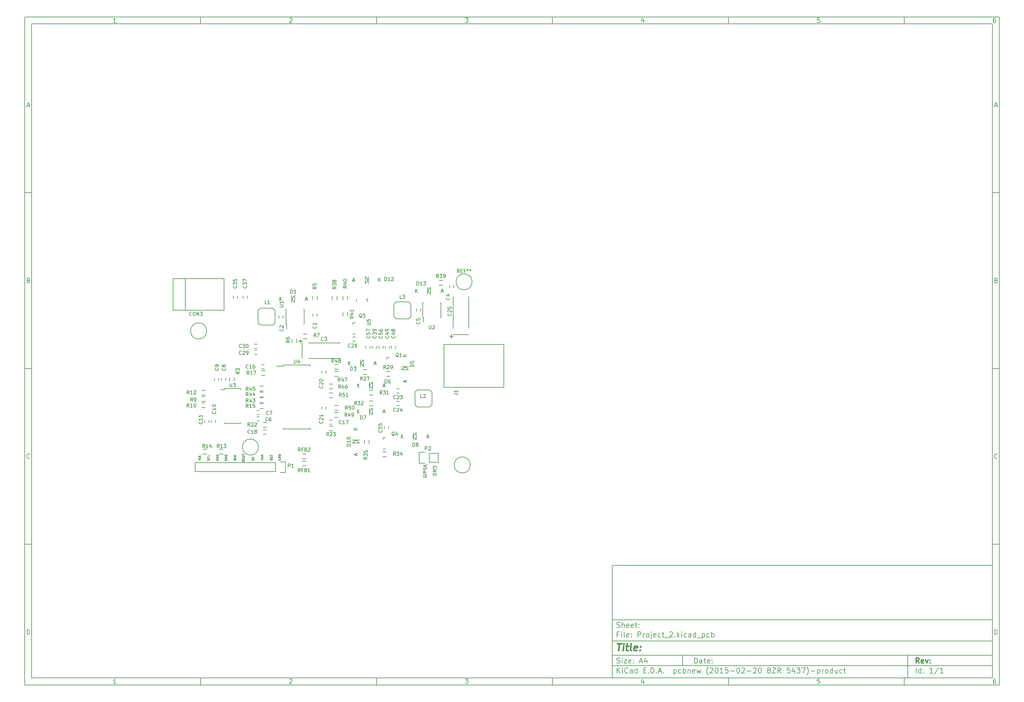
<source format=gbr>
G04 #@! TF.FileFunction,Legend,Top*
%FSLAX46Y46*%
G04 Gerber Fmt 4.6, Leading zero omitted, Abs format (unit mm)*
G04 Created by KiCad (PCBNEW (2015-02-20 BZR 5437)-product) date Friday, March 13, 2015 'PMt' 12:32:41 PM*
%MOMM*%
G01*
G04 APERTURE LIST*
%ADD10C,0.100000*%
%ADD11C,0.150000*%
%ADD12C,0.300000*%
%ADD13C,0.400000*%
%ADD14C,0.127000*%
G04 APERTURE END LIST*
D10*
D11*
X177002200Y-166007200D02*
X177002200Y-198007200D01*
X285002200Y-198007200D01*
X285002200Y-166007200D01*
X177002200Y-166007200D01*
D10*
D11*
X10000000Y-10000000D02*
X10000000Y-200007200D01*
X287002200Y-200007200D01*
X287002200Y-10000000D01*
X10000000Y-10000000D01*
D10*
D11*
X12000000Y-12000000D02*
X12000000Y-198007200D01*
X285002200Y-198007200D01*
X285002200Y-12000000D01*
X12000000Y-12000000D01*
D10*
D11*
X60000000Y-12000000D02*
X60000000Y-10000000D01*
D10*
D11*
X110000000Y-12000000D02*
X110000000Y-10000000D01*
D10*
D11*
X160000000Y-12000000D02*
X160000000Y-10000000D01*
D10*
D11*
X210000000Y-12000000D02*
X210000000Y-10000000D01*
D10*
D11*
X260000000Y-12000000D02*
X260000000Y-10000000D01*
D10*
D11*
X35990476Y-11588095D02*
X35247619Y-11588095D01*
X35619048Y-11588095D02*
X35619048Y-10288095D01*
X35495238Y-10473810D01*
X35371429Y-10597619D01*
X35247619Y-10659524D01*
D10*
D11*
X85247619Y-10411905D02*
X85309524Y-10350000D01*
X85433333Y-10288095D01*
X85742857Y-10288095D01*
X85866667Y-10350000D01*
X85928571Y-10411905D01*
X85990476Y-10535714D01*
X85990476Y-10659524D01*
X85928571Y-10845238D01*
X85185714Y-11588095D01*
X85990476Y-11588095D01*
D10*
D11*
X135185714Y-10288095D02*
X135990476Y-10288095D01*
X135557143Y-10783333D01*
X135742857Y-10783333D01*
X135866667Y-10845238D01*
X135928571Y-10907143D01*
X135990476Y-11030952D01*
X135990476Y-11340476D01*
X135928571Y-11464286D01*
X135866667Y-11526190D01*
X135742857Y-11588095D01*
X135371429Y-11588095D01*
X135247619Y-11526190D01*
X135185714Y-11464286D01*
D10*
D11*
X185866667Y-10721429D02*
X185866667Y-11588095D01*
X185557143Y-10226190D02*
X185247619Y-11154762D01*
X186052381Y-11154762D01*
D10*
D11*
X235928571Y-10288095D02*
X235309524Y-10288095D01*
X235247619Y-10907143D01*
X235309524Y-10845238D01*
X235433333Y-10783333D01*
X235742857Y-10783333D01*
X235866667Y-10845238D01*
X235928571Y-10907143D01*
X235990476Y-11030952D01*
X235990476Y-11340476D01*
X235928571Y-11464286D01*
X235866667Y-11526190D01*
X235742857Y-11588095D01*
X235433333Y-11588095D01*
X235309524Y-11526190D01*
X235247619Y-11464286D01*
D10*
D11*
X285866667Y-10288095D02*
X285619048Y-10288095D01*
X285495238Y-10350000D01*
X285433333Y-10411905D01*
X285309524Y-10597619D01*
X285247619Y-10845238D01*
X285247619Y-11340476D01*
X285309524Y-11464286D01*
X285371429Y-11526190D01*
X285495238Y-11588095D01*
X285742857Y-11588095D01*
X285866667Y-11526190D01*
X285928571Y-11464286D01*
X285990476Y-11340476D01*
X285990476Y-11030952D01*
X285928571Y-10907143D01*
X285866667Y-10845238D01*
X285742857Y-10783333D01*
X285495238Y-10783333D01*
X285371429Y-10845238D01*
X285309524Y-10907143D01*
X285247619Y-11030952D01*
D10*
D11*
X60000000Y-198007200D02*
X60000000Y-200007200D01*
D10*
D11*
X110000000Y-198007200D02*
X110000000Y-200007200D01*
D10*
D11*
X160000000Y-198007200D02*
X160000000Y-200007200D01*
D10*
D11*
X210000000Y-198007200D02*
X210000000Y-200007200D01*
D10*
D11*
X260000000Y-198007200D02*
X260000000Y-200007200D01*
D10*
D11*
X35990476Y-199595295D02*
X35247619Y-199595295D01*
X35619048Y-199595295D02*
X35619048Y-198295295D01*
X35495238Y-198481010D01*
X35371429Y-198604819D01*
X35247619Y-198666724D01*
D10*
D11*
X85247619Y-198419105D02*
X85309524Y-198357200D01*
X85433333Y-198295295D01*
X85742857Y-198295295D01*
X85866667Y-198357200D01*
X85928571Y-198419105D01*
X85990476Y-198542914D01*
X85990476Y-198666724D01*
X85928571Y-198852438D01*
X85185714Y-199595295D01*
X85990476Y-199595295D01*
D10*
D11*
X135185714Y-198295295D02*
X135990476Y-198295295D01*
X135557143Y-198790533D01*
X135742857Y-198790533D01*
X135866667Y-198852438D01*
X135928571Y-198914343D01*
X135990476Y-199038152D01*
X135990476Y-199347676D01*
X135928571Y-199471486D01*
X135866667Y-199533390D01*
X135742857Y-199595295D01*
X135371429Y-199595295D01*
X135247619Y-199533390D01*
X135185714Y-199471486D01*
D10*
D11*
X185866667Y-198728629D02*
X185866667Y-199595295D01*
X185557143Y-198233390D02*
X185247619Y-199161962D01*
X186052381Y-199161962D01*
D10*
D11*
X235928571Y-198295295D02*
X235309524Y-198295295D01*
X235247619Y-198914343D01*
X235309524Y-198852438D01*
X235433333Y-198790533D01*
X235742857Y-198790533D01*
X235866667Y-198852438D01*
X235928571Y-198914343D01*
X235990476Y-199038152D01*
X235990476Y-199347676D01*
X235928571Y-199471486D01*
X235866667Y-199533390D01*
X235742857Y-199595295D01*
X235433333Y-199595295D01*
X235309524Y-199533390D01*
X235247619Y-199471486D01*
D10*
D11*
X285866667Y-198295295D02*
X285619048Y-198295295D01*
X285495238Y-198357200D01*
X285433333Y-198419105D01*
X285309524Y-198604819D01*
X285247619Y-198852438D01*
X285247619Y-199347676D01*
X285309524Y-199471486D01*
X285371429Y-199533390D01*
X285495238Y-199595295D01*
X285742857Y-199595295D01*
X285866667Y-199533390D01*
X285928571Y-199471486D01*
X285990476Y-199347676D01*
X285990476Y-199038152D01*
X285928571Y-198914343D01*
X285866667Y-198852438D01*
X285742857Y-198790533D01*
X285495238Y-198790533D01*
X285371429Y-198852438D01*
X285309524Y-198914343D01*
X285247619Y-199038152D01*
D10*
D11*
X10000000Y-60000000D02*
X12000000Y-60000000D01*
D10*
D11*
X10000000Y-110000000D02*
X12000000Y-110000000D01*
D10*
D11*
X10000000Y-160000000D02*
X12000000Y-160000000D01*
D10*
D11*
X10690476Y-35216667D02*
X11309524Y-35216667D01*
X10566667Y-35588095D02*
X11000000Y-34288095D01*
X11433333Y-35588095D01*
D10*
D11*
X11092857Y-84907143D02*
X11278571Y-84969048D01*
X11340476Y-85030952D01*
X11402381Y-85154762D01*
X11402381Y-85340476D01*
X11340476Y-85464286D01*
X11278571Y-85526190D01*
X11154762Y-85588095D01*
X10659524Y-85588095D01*
X10659524Y-84288095D01*
X11092857Y-84288095D01*
X11216667Y-84350000D01*
X11278571Y-84411905D01*
X11340476Y-84535714D01*
X11340476Y-84659524D01*
X11278571Y-84783333D01*
X11216667Y-84845238D01*
X11092857Y-84907143D01*
X10659524Y-84907143D01*
D10*
D11*
X11402381Y-135464286D02*
X11340476Y-135526190D01*
X11154762Y-135588095D01*
X11030952Y-135588095D01*
X10845238Y-135526190D01*
X10721429Y-135402381D01*
X10659524Y-135278571D01*
X10597619Y-135030952D01*
X10597619Y-134845238D01*
X10659524Y-134597619D01*
X10721429Y-134473810D01*
X10845238Y-134350000D01*
X11030952Y-134288095D01*
X11154762Y-134288095D01*
X11340476Y-134350000D01*
X11402381Y-134411905D01*
D10*
D11*
X10659524Y-185588095D02*
X10659524Y-184288095D01*
X10969048Y-184288095D01*
X11154762Y-184350000D01*
X11278571Y-184473810D01*
X11340476Y-184597619D01*
X11402381Y-184845238D01*
X11402381Y-185030952D01*
X11340476Y-185278571D01*
X11278571Y-185402381D01*
X11154762Y-185526190D01*
X10969048Y-185588095D01*
X10659524Y-185588095D01*
D10*
D11*
X287002200Y-60000000D02*
X285002200Y-60000000D01*
D10*
D11*
X287002200Y-110000000D02*
X285002200Y-110000000D01*
D10*
D11*
X287002200Y-160000000D02*
X285002200Y-160000000D01*
D10*
D11*
X285692676Y-35216667D02*
X286311724Y-35216667D01*
X285568867Y-35588095D02*
X286002200Y-34288095D01*
X286435533Y-35588095D01*
D10*
D11*
X286095057Y-84907143D02*
X286280771Y-84969048D01*
X286342676Y-85030952D01*
X286404581Y-85154762D01*
X286404581Y-85340476D01*
X286342676Y-85464286D01*
X286280771Y-85526190D01*
X286156962Y-85588095D01*
X285661724Y-85588095D01*
X285661724Y-84288095D01*
X286095057Y-84288095D01*
X286218867Y-84350000D01*
X286280771Y-84411905D01*
X286342676Y-84535714D01*
X286342676Y-84659524D01*
X286280771Y-84783333D01*
X286218867Y-84845238D01*
X286095057Y-84907143D01*
X285661724Y-84907143D01*
D10*
D11*
X286404581Y-135464286D02*
X286342676Y-135526190D01*
X286156962Y-135588095D01*
X286033152Y-135588095D01*
X285847438Y-135526190D01*
X285723629Y-135402381D01*
X285661724Y-135278571D01*
X285599819Y-135030952D01*
X285599819Y-134845238D01*
X285661724Y-134597619D01*
X285723629Y-134473810D01*
X285847438Y-134350000D01*
X286033152Y-134288095D01*
X286156962Y-134288095D01*
X286342676Y-134350000D01*
X286404581Y-134411905D01*
D10*
D11*
X285661724Y-185588095D02*
X285661724Y-184288095D01*
X285971248Y-184288095D01*
X286156962Y-184350000D01*
X286280771Y-184473810D01*
X286342676Y-184597619D01*
X286404581Y-184845238D01*
X286404581Y-185030952D01*
X286342676Y-185278571D01*
X286280771Y-185402381D01*
X286156962Y-185526190D01*
X285971248Y-185588095D01*
X285661724Y-185588095D01*
D10*
D11*
X200359343Y-193785771D02*
X200359343Y-192285771D01*
X200716486Y-192285771D01*
X200930771Y-192357200D01*
X201073629Y-192500057D01*
X201145057Y-192642914D01*
X201216486Y-192928629D01*
X201216486Y-193142914D01*
X201145057Y-193428629D01*
X201073629Y-193571486D01*
X200930771Y-193714343D01*
X200716486Y-193785771D01*
X200359343Y-193785771D01*
X202502200Y-193785771D02*
X202502200Y-193000057D01*
X202430771Y-192857200D01*
X202287914Y-192785771D01*
X202002200Y-192785771D01*
X201859343Y-192857200D01*
X202502200Y-193714343D02*
X202359343Y-193785771D01*
X202002200Y-193785771D01*
X201859343Y-193714343D01*
X201787914Y-193571486D01*
X201787914Y-193428629D01*
X201859343Y-193285771D01*
X202002200Y-193214343D01*
X202359343Y-193214343D01*
X202502200Y-193142914D01*
X203002200Y-192785771D02*
X203573629Y-192785771D01*
X203216486Y-192285771D02*
X203216486Y-193571486D01*
X203287914Y-193714343D01*
X203430772Y-193785771D01*
X203573629Y-193785771D01*
X204645057Y-193714343D02*
X204502200Y-193785771D01*
X204216486Y-193785771D01*
X204073629Y-193714343D01*
X204002200Y-193571486D01*
X204002200Y-193000057D01*
X204073629Y-192857200D01*
X204216486Y-192785771D01*
X204502200Y-192785771D01*
X204645057Y-192857200D01*
X204716486Y-193000057D01*
X204716486Y-193142914D01*
X204002200Y-193285771D01*
X205359343Y-193642914D02*
X205430771Y-193714343D01*
X205359343Y-193785771D01*
X205287914Y-193714343D01*
X205359343Y-193642914D01*
X205359343Y-193785771D01*
X205359343Y-192857200D02*
X205430771Y-192928629D01*
X205359343Y-193000057D01*
X205287914Y-192928629D01*
X205359343Y-192857200D01*
X205359343Y-193000057D01*
D10*
D11*
X177002200Y-194507200D02*
X285002200Y-194507200D01*
D10*
D11*
X178359343Y-196585771D02*
X178359343Y-195085771D01*
X179216486Y-196585771D02*
X178573629Y-195728629D01*
X179216486Y-195085771D02*
X178359343Y-195942914D01*
X179859343Y-196585771D02*
X179859343Y-195585771D01*
X179859343Y-195085771D02*
X179787914Y-195157200D01*
X179859343Y-195228629D01*
X179930771Y-195157200D01*
X179859343Y-195085771D01*
X179859343Y-195228629D01*
X181430772Y-196442914D02*
X181359343Y-196514343D01*
X181145057Y-196585771D01*
X181002200Y-196585771D01*
X180787915Y-196514343D01*
X180645057Y-196371486D01*
X180573629Y-196228629D01*
X180502200Y-195942914D01*
X180502200Y-195728629D01*
X180573629Y-195442914D01*
X180645057Y-195300057D01*
X180787915Y-195157200D01*
X181002200Y-195085771D01*
X181145057Y-195085771D01*
X181359343Y-195157200D01*
X181430772Y-195228629D01*
X182716486Y-196585771D02*
X182716486Y-195800057D01*
X182645057Y-195657200D01*
X182502200Y-195585771D01*
X182216486Y-195585771D01*
X182073629Y-195657200D01*
X182716486Y-196514343D02*
X182573629Y-196585771D01*
X182216486Y-196585771D01*
X182073629Y-196514343D01*
X182002200Y-196371486D01*
X182002200Y-196228629D01*
X182073629Y-196085771D01*
X182216486Y-196014343D01*
X182573629Y-196014343D01*
X182716486Y-195942914D01*
X184073629Y-196585771D02*
X184073629Y-195085771D01*
X184073629Y-196514343D02*
X183930772Y-196585771D01*
X183645058Y-196585771D01*
X183502200Y-196514343D01*
X183430772Y-196442914D01*
X183359343Y-196300057D01*
X183359343Y-195871486D01*
X183430772Y-195728629D01*
X183502200Y-195657200D01*
X183645058Y-195585771D01*
X183930772Y-195585771D01*
X184073629Y-195657200D01*
X185930772Y-195800057D02*
X186430772Y-195800057D01*
X186645058Y-196585771D02*
X185930772Y-196585771D01*
X185930772Y-195085771D01*
X186645058Y-195085771D01*
X187287915Y-196442914D02*
X187359343Y-196514343D01*
X187287915Y-196585771D01*
X187216486Y-196514343D01*
X187287915Y-196442914D01*
X187287915Y-196585771D01*
X188002201Y-196585771D02*
X188002201Y-195085771D01*
X188359344Y-195085771D01*
X188573629Y-195157200D01*
X188716487Y-195300057D01*
X188787915Y-195442914D01*
X188859344Y-195728629D01*
X188859344Y-195942914D01*
X188787915Y-196228629D01*
X188716487Y-196371486D01*
X188573629Y-196514343D01*
X188359344Y-196585771D01*
X188002201Y-196585771D01*
X189502201Y-196442914D02*
X189573629Y-196514343D01*
X189502201Y-196585771D01*
X189430772Y-196514343D01*
X189502201Y-196442914D01*
X189502201Y-196585771D01*
X190145058Y-196157200D02*
X190859344Y-196157200D01*
X190002201Y-196585771D02*
X190502201Y-195085771D01*
X191002201Y-196585771D01*
X191502201Y-196442914D02*
X191573629Y-196514343D01*
X191502201Y-196585771D01*
X191430772Y-196514343D01*
X191502201Y-196442914D01*
X191502201Y-196585771D01*
X194502201Y-195585771D02*
X194502201Y-197085771D01*
X194502201Y-195657200D02*
X194645058Y-195585771D01*
X194930772Y-195585771D01*
X195073629Y-195657200D01*
X195145058Y-195728629D01*
X195216487Y-195871486D01*
X195216487Y-196300057D01*
X195145058Y-196442914D01*
X195073629Y-196514343D01*
X194930772Y-196585771D01*
X194645058Y-196585771D01*
X194502201Y-196514343D01*
X196502201Y-196514343D02*
X196359344Y-196585771D01*
X196073630Y-196585771D01*
X195930772Y-196514343D01*
X195859344Y-196442914D01*
X195787915Y-196300057D01*
X195787915Y-195871486D01*
X195859344Y-195728629D01*
X195930772Y-195657200D01*
X196073630Y-195585771D01*
X196359344Y-195585771D01*
X196502201Y-195657200D01*
X197145058Y-196585771D02*
X197145058Y-195085771D01*
X197145058Y-195657200D02*
X197287915Y-195585771D01*
X197573629Y-195585771D01*
X197716486Y-195657200D01*
X197787915Y-195728629D01*
X197859344Y-195871486D01*
X197859344Y-196300057D01*
X197787915Y-196442914D01*
X197716486Y-196514343D01*
X197573629Y-196585771D01*
X197287915Y-196585771D01*
X197145058Y-196514343D01*
X198502201Y-195585771D02*
X198502201Y-196585771D01*
X198502201Y-195728629D02*
X198573629Y-195657200D01*
X198716487Y-195585771D01*
X198930772Y-195585771D01*
X199073629Y-195657200D01*
X199145058Y-195800057D01*
X199145058Y-196585771D01*
X200430772Y-196514343D02*
X200287915Y-196585771D01*
X200002201Y-196585771D01*
X199859344Y-196514343D01*
X199787915Y-196371486D01*
X199787915Y-195800057D01*
X199859344Y-195657200D01*
X200002201Y-195585771D01*
X200287915Y-195585771D01*
X200430772Y-195657200D01*
X200502201Y-195800057D01*
X200502201Y-195942914D01*
X199787915Y-196085771D01*
X201002201Y-195585771D02*
X201287915Y-196585771D01*
X201573629Y-195871486D01*
X201859344Y-196585771D01*
X202145058Y-195585771D01*
X204287915Y-197157200D02*
X204216487Y-197085771D01*
X204073630Y-196871486D01*
X204002201Y-196728629D01*
X203930772Y-196514343D01*
X203859344Y-196157200D01*
X203859344Y-195871486D01*
X203930772Y-195514343D01*
X204002201Y-195300057D01*
X204073630Y-195157200D01*
X204216487Y-194942914D01*
X204287915Y-194871486D01*
X204787915Y-195228629D02*
X204859344Y-195157200D01*
X205002201Y-195085771D01*
X205359344Y-195085771D01*
X205502201Y-195157200D01*
X205573630Y-195228629D01*
X205645058Y-195371486D01*
X205645058Y-195514343D01*
X205573630Y-195728629D01*
X204716487Y-196585771D01*
X205645058Y-196585771D01*
X206573629Y-195085771D02*
X206716486Y-195085771D01*
X206859343Y-195157200D01*
X206930772Y-195228629D01*
X207002201Y-195371486D01*
X207073629Y-195657200D01*
X207073629Y-196014343D01*
X207002201Y-196300057D01*
X206930772Y-196442914D01*
X206859343Y-196514343D01*
X206716486Y-196585771D01*
X206573629Y-196585771D01*
X206430772Y-196514343D01*
X206359343Y-196442914D01*
X206287915Y-196300057D01*
X206216486Y-196014343D01*
X206216486Y-195657200D01*
X206287915Y-195371486D01*
X206359343Y-195228629D01*
X206430772Y-195157200D01*
X206573629Y-195085771D01*
X208502200Y-196585771D02*
X207645057Y-196585771D01*
X208073629Y-196585771D02*
X208073629Y-195085771D01*
X207930772Y-195300057D01*
X207787914Y-195442914D01*
X207645057Y-195514343D01*
X209859343Y-195085771D02*
X209145057Y-195085771D01*
X209073628Y-195800057D01*
X209145057Y-195728629D01*
X209287914Y-195657200D01*
X209645057Y-195657200D01*
X209787914Y-195728629D01*
X209859343Y-195800057D01*
X209930771Y-195942914D01*
X209930771Y-196300057D01*
X209859343Y-196442914D01*
X209787914Y-196514343D01*
X209645057Y-196585771D01*
X209287914Y-196585771D01*
X209145057Y-196514343D01*
X209073628Y-196442914D01*
X210573628Y-196014343D02*
X211716485Y-196014343D01*
X212716485Y-195085771D02*
X212859342Y-195085771D01*
X213002199Y-195157200D01*
X213073628Y-195228629D01*
X213145057Y-195371486D01*
X213216485Y-195657200D01*
X213216485Y-196014343D01*
X213145057Y-196300057D01*
X213073628Y-196442914D01*
X213002199Y-196514343D01*
X212859342Y-196585771D01*
X212716485Y-196585771D01*
X212573628Y-196514343D01*
X212502199Y-196442914D01*
X212430771Y-196300057D01*
X212359342Y-196014343D01*
X212359342Y-195657200D01*
X212430771Y-195371486D01*
X212502199Y-195228629D01*
X212573628Y-195157200D01*
X212716485Y-195085771D01*
X213787913Y-195228629D02*
X213859342Y-195157200D01*
X214002199Y-195085771D01*
X214359342Y-195085771D01*
X214502199Y-195157200D01*
X214573628Y-195228629D01*
X214645056Y-195371486D01*
X214645056Y-195514343D01*
X214573628Y-195728629D01*
X213716485Y-196585771D01*
X214645056Y-196585771D01*
X215287913Y-196014343D02*
X216430770Y-196014343D01*
X217073627Y-195228629D02*
X217145056Y-195157200D01*
X217287913Y-195085771D01*
X217645056Y-195085771D01*
X217787913Y-195157200D01*
X217859342Y-195228629D01*
X217930770Y-195371486D01*
X217930770Y-195514343D01*
X217859342Y-195728629D01*
X217002199Y-196585771D01*
X217930770Y-196585771D01*
X218859341Y-195085771D02*
X219002198Y-195085771D01*
X219145055Y-195157200D01*
X219216484Y-195228629D01*
X219287913Y-195371486D01*
X219359341Y-195657200D01*
X219359341Y-196014343D01*
X219287913Y-196300057D01*
X219216484Y-196442914D01*
X219145055Y-196514343D01*
X219002198Y-196585771D01*
X218859341Y-196585771D01*
X218716484Y-196514343D01*
X218645055Y-196442914D01*
X218573627Y-196300057D01*
X218502198Y-196014343D01*
X218502198Y-195657200D01*
X218573627Y-195371486D01*
X218645055Y-195228629D01*
X218716484Y-195157200D01*
X218859341Y-195085771D01*
X221645055Y-195800057D02*
X221859341Y-195871486D01*
X221930769Y-195942914D01*
X222002198Y-196085771D01*
X222002198Y-196300057D01*
X221930769Y-196442914D01*
X221859341Y-196514343D01*
X221716483Y-196585771D01*
X221145055Y-196585771D01*
X221145055Y-195085771D01*
X221645055Y-195085771D01*
X221787912Y-195157200D01*
X221859341Y-195228629D01*
X221930769Y-195371486D01*
X221930769Y-195514343D01*
X221859341Y-195657200D01*
X221787912Y-195728629D01*
X221645055Y-195800057D01*
X221145055Y-195800057D01*
X222502198Y-195085771D02*
X223502198Y-195085771D01*
X222502198Y-196585771D01*
X223502198Y-196585771D01*
X224930769Y-196585771D02*
X224430769Y-195871486D01*
X224073626Y-196585771D02*
X224073626Y-195085771D01*
X224645054Y-195085771D01*
X224787912Y-195157200D01*
X224859340Y-195228629D01*
X224930769Y-195371486D01*
X224930769Y-195585771D01*
X224859340Y-195728629D01*
X224787912Y-195800057D01*
X224645054Y-195871486D01*
X224073626Y-195871486D01*
X227430769Y-195085771D02*
X226716483Y-195085771D01*
X226645054Y-195800057D01*
X226716483Y-195728629D01*
X226859340Y-195657200D01*
X227216483Y-195657200D01*
X227359340Y-195728629D01*
X227430769Y-195800057D01*
X227502197Y-195942914D01*
X227502197Y-196300057D01*
X227430769Y-196442914D01*
X227359340Y-196514343D01*
X227216483Y-196585771D01*
X226859340Y-196585771D01*
X226716483Y-196514343D01*
X226645054Y-196442914D01*
X228787911Y-195585771D02*
X228787911Y-196585771D01*
X228430768Y-195014343D02*
X228073625Y-196085771D01*
X229002197Y-196085771D01*
X229430768Y-195085771D02*
X230359339Y-195085771D01*
X229859339Y-195657200D01*
X230073625Y-195657200D01*
X230216482Y-195728629D01*
X230287911Y-195800057D01*
X230359339Y-195942914D01*
X230359339Y-196300057D01*
X230287911Y-196442914D01*
X230216482Y-196514343D01*
X230073625Y-196585771D01*
X229645053Y-196585771D01*
X229502196Y-196514343D01*
X229430768Y-196442914D01*
X230859339Y-195085771D02*
X231859339Y-195085771D01*
X231216482Y-196585771D01*
X232287910Y-197157200D02*
X232359338Y-197085771D01*
X232502195Y-196871486D01*
X232573624Y-196728629D01*
X232645053Y-196514343D01*
X232716481Y-196157200D01*
X232716481Y-195871486D01*
X232645053Y-195514343D01*
X232573624Y-195300057D01*
X232502195Y-195157200D01*
X232359338Y-194942914D01*
X232287910Y-194871486D01*
X233430767Y-196014343D02*
X234573624Y-196014343D01*
X235287910Y-195585771D02*
X235287910Y-197085771D01*
X235287910Y-195657200D02*
X235430767Y-195585771D01*
X235716481Y-195585771D01*
X235859338Y-195657200D01*
X235930767Y-195728629D01*
X236002196Y-195871486D01*
X236002196Y-196300057D01*
X235930767Y-196442914D01*
X235859338Y-196514343D01*
X235716481Y-196585771D01*
X235430767Y-196585771D01*
X235287910Y-196514343D01*
X236645053Y-196585771D02*
X236645053Y-195585771D01*
X236645053Y-195871486D02*
X236716481Y-195728629D01*
X236787910Y-195657200D01*
X236930767Y-195585771D01*
X237073624Y-195585771D01*
X237787910Y-196585771D02*
X237645052Y-196514343D01*
X237573624Y-196442914D01*
X237502195Y-196300057D01*
X237502195Y-195871486D01*
X237573624Y-195728629D01*
X237645052Y-195657200D01*
X237787910Y-195585771D01*
X238002195Y-195585771D01*
X238145052Y-195657200D01*
X238216481Y-195728629D01*
X238287910Y-195871486D01*
X238287910Y-196300057D01*
X238216481Y-196442914D01*
X238145052Y-196514343D01*
X238002195Y-196585771D01*
X237787910Y-196585771D01*
X239573624Y-196585771D02*
X239573624Y-195085771D01*
X239573624Y-196514343D02*
X239430767Y-196585771D01*
X239145053Y-196585771D01*
X239002195Y-196514343D01*
X238930767Y-196442914D01*
X238859338Y-196300057D01*
X238859338Y-195871486D01*
X238930767Y-195728629D01*
X239002195Y-195657200D01*
X239145053Y-195585771D01*
X239430767Y-195585771D01*
X239573624Y-195657200D01*
X240930767Y-195585771D02*
X240930767Y-196585771D01*
X240287910Y-195585771D02*
X240287910Y-196371486D01*
X240359338Y-196514343D01*
X240502196Y-196585771D01*
X240716481Y-196585771D01*
X240859338Y-196514343D01*
X240930767Y-196442914D01*
X242287910Y-196514343D02*
X242145053Y-196585771D01*
X241859339Y-196585771D01*
X241716481Y-196514343D01*
X241645053Y-196442914D01*
X241573624Y-196300057D01*
X241573624Y-195871486D01*
X241645053Y-195728629D01*
X241716481Y-195657200D01*
X241859339Y-195585771D01*
X242145053Y-195585771D01*
X242287910Y-195657200D01*
X242716481Y-195585771D02*
X243287910Y-195585771D01*
X242930767Y-195085771D02*
X242930767Y-196371486D01*
X243002195Y-196514343D01*
X243145053Y-196585771D01*
X243287910Y-196585771D01*
D10*
D11*
X177002200Y-191507200D02*
X285002200Y-191507200D01*
D10*
D12*
X264216486Y-193785771D02*
X263716486Y-193071486D01*
X263359343Y-193785771D02*
X263359343Y-192285771D01*
X263930771Y-192285771D01*
X264073629Y-192357200D01*
X264145057Y-192428629D01*
X264216486Y-192571486D01*
X264216486Y-192785771D01*
X264145057Y-192928629D01*
X264073629Y-193000057D01*
X263930771Y-193071486D01*
X263359343Y-193071486D01*
X265430771Y-193714343D02*
X265287914Y-193785771D01*
X265002200Y-193785771D01*
X264859343Y-193714343D01*
X264787914Y-193571486D01*
X264787914Y-193000057D01*
X264859343Y-192857200D01*
X265002200Y-192785771D01*
X265287914Y-192785771D01*
X265430771Y-192857200D01*
X265502200Y-193000057D01*
X265502200Y-193142914D01*
X264787914Y-193285771D01*
X266002200Y-192785771D02*
X266359343Y-193785771D01*
X266716485Y-192785771D01*
X267287914Y-193642914D02*
X267359342Y-193714343D01*
X267287914Y-193785771D01*
X267216485Y-193714343D01*
X267287914Y-193642914D01*
X267287914Y-193785771D01*
X267287914Y-192857200D02*
X267359342Y-192928629D01*
X267287914Y-193000057D01*
X267216485Y-192928629D01*
X267287914Y-192857200D01*
X267287914Y-193000057D01*
D10*
D11*
X178287914Y-193714343D02*
X178502200Y-193785771D01*
X178859343Y-193785771D01*
X179002200Y-193714343D01*
X179073629Y-193642914D01*
X179145057Y-193500057D01*
X179145057Y-193357200D01*
X179073629Y-193214343D01*
X179002200Y-193142914D01*
X178859343Y-193071486D01*
X178573629Y-193000057D01*
X178430771Y-192928629D01*
X178359343Y-192857200D01*
X178287914Y-192714343D01*
X178287914Y-192571486D01*
X178359343Y-192428629D01*
X178430771Y-192357200D01*
X178573629Y-192285771D01*
X178930771Y-192285771D01*
X179145057Y-192357200D01*
X179787914Y-193785771D02*
X179787914Y-192785771D01*
X179787914Y-192285771D02*
X179716485Y-192357200D01*
X179787914Y-192428629D01*
X179859342Y-192357200D01*
X179787914Y-192285771D01*
X179787914Y-192428629D01*
X180359343Y-192785771D02*
X181145057Y-192785771D01*
X180359343Y-193785771D01*
X181145057Y-193785771D01*
X182287914Y-193714343D02*
X182145057Y-193785771D01*
X181859343Y-193785771D01*
X181716486Y-193714343D01*
X181645057Y-193571486D01*
X181645057Y-193000057D01*
X181716486Y-192857200D01*
X181859343Y-192785771D01*
X182145057Y-192785771D01*
X182287914Y-192857200D01*
X182359343Y-193000057D01*
X182359343Y-193142914D01*
X181645057Y-193285771D01*
X183002200Y-193642914D02*
X183073628Y-193714343D01*
X183002200Y-193785771D01*
X182930771Y-193714343D01*
X183002200Y-193642914D01*
X183002200Y-193785771D01*
X183002200Y-192857200D02*
X183073628Y-192928629D01*
X183002200Y-193000057D01*
X182930771Y-192928629D01*
X183002200Y-192857200D01*
X183002200Y-193000057D01*
X184787914Y-193357200D02*
X185502200Y-193357200D01*
X184645057Y-193785771D02*
X185145057Y-192285771D01*
X185645057Y-193785771D01*
X186787914Y-192785771D02*
X186787914Y-193785771D01*
X186430771Y-192214343D02*
X186073628Y-193285771D01*
X187002200Y-193285771D01*
D10*
D11*
X263359343Y-196585771D02*
X263359343Y-195085771D01*
X264716486Y-196585771D02*
X264716486Y-195085771D01*
X264716486Y-196514343D02*
X264573629Y-196585771D01*
X264287915Y-196585771D01*
X264145057Y-196514343D01*
X264073629Y-196442914D01*
X264002200Y-196300057D01*
X264002200Y-195871486D01*
X264073629Y-195728629D01*
X264145057Y-195657200D01*
X264287915Y-195585771D01*
X264573629Y-195585771D01*
X264716486Y-195657200D01*
X265430772Y-196442914D02*
X265502200Y-196514343D01*
X265430772Y-196585771D01*
X265359343Y-196514343D01*
X265430772Y-196442914D01*
X265430772Y-196585771D01*
X265430772Y-195657200D02*
X265502200Y-195728629D01*
X265430772Y-195800057D01*
X265359343Y-195728629D01*
X265430772Y-195657200D01*
X265430772Y-195800057D01*
X268073629Y-196585771D02*
X267216486Y-196585771D01*
X267645058Y-196585771D02*
X267645058Y-195085771D01*
X267502201Y-195300057D01*
X267359343Y-195442914D01*
X267216486Y-195514343D01*
X269787914Y-195014343D02*
X268502200Y-196942914D01*
X271073629Y-196585771D02*
X270216486Y-196585771D01*
X270645058Y-196585771D02*
X270645058Y-195085771D01*
X270502201Y-195300057D01*
X270359343Y-195442914D01*
X270216486Y-195514343D01*
D10*
D11*
X177002200Y-187507200D02*
X285002200Y-187507200D01*
D10*
D13*
X178454581Y-188211962D02*
X179597438Y-188211962D01*
X178776010Y-190211962D02*
X179026010Y-188211962D01*
X180014105Y-190211962D02*
X180180771Y-188878629D01*
X180264105Y-188211962D02*
X180156962Y-188307200D01*
X180240295Y-188402438D01*
X180347439Y-188307200D01*
X180264105Y-188211962D01*
X180240295Y-188402438D01*
X180847438Y-188878629D02*
X181609343Y-188878629D01*
X181216486Y-188211962D02*
X181002200Y-189926248D01*
X181073630Y-190116724D01*
X181252201Y-190211962D01*
X181442677Y-190211962D01*
X182395058Y-190211962D02*
X182216487Y-190116724D01*
X182145057Y-189926248D01*
X182359343Y-188211962D01*
X183930772Y-190116724D02*
X183728391Y-190211962D01*
X183347439Y-190211962D01*
X183168867Y-190116724D01*
X183097438Y-189926248D01*
X183192676Y-189164343D01*
X183311724Y-188973867D01*
X183514105Y-188878629D01*
X183895057Y-188878629D01*
X184073629Y-188973867D01*
X184145057Y-189164343D01*
X184121248Y-189354819D01*
X183145057Y-189545295D01*
X184895057Y-190021486D02*
X184978392Y-190116724D01*
X184871248Y-190211962D01*
X184787915Y-190116724D01*
X184895057Y-190021486D01*
X184871248Y-190211962D01*
X185026010Y-188973867D02*
X185109344Y-189069105D01*
X185002200Y-189164343D01*
X184918867Y-189069105D01*
X185026010Y-188973867D01*
X185002200Y-189164343D01*
D10*
D11*
X178859343Y-185600057D02*
X178359343Y-185600057D01*
X178359343Y-186385771D02*
X178359343Y-184885771D01*
X179073629Y-184885771D01*
X179645057Y-186385771D02*
X179645057Y-185385771D01*
X179645057Y-184885771D02*
X179573628Y-184957200D01*
X179645057Y-185028629D01*
X179716485Y-184957200D01*
X179645057Y-184885771D01*
X179645057Y-185028629D01*
X180573629Y-186385771D02*
X180430771Y-186314343D01*
X180359343Y-186171486D01*
X180359343Y-184885771D01*
X181716485Y-186314343D02*
X181573628Y-186385771D01*
X181287914Y-186385771D01*
X181145057Y-186314343D01*
X181073628Y-186171486D01*
X181073628Y-185600057D01*
X181145057Y-185457200D01*
X181287914Y-185385771D01*
X181573628Y-185385771D01*
X181716485Y-185457200D01*
X181787914Y-185600057D01*
X181787914Y-185742914D01*
X181073628Y-185885771D01*
X182430771Y-186242914D02*
X182502199Y-186314343D01*
X182430771Y-186385771D01*
X182359342Y-186314343D01*
X182430771Y-186242914D01*
X182430771Y-186385771D01*
X182430771Y-185457200D02*
X182502199Y-185528629D01*
X182430771Y-185600057D01*
X182359342Y-185528629D01*
X182430771Y-185457200D01*
X182430771Y-185600057D01*
X184287914Y-186385771D02*
X184287914Y-184885771D01*
X184859342Y-184885771D01*
X185002200Y-184957200D01*
X185073628Y-185028629D01*
X185145057Y-185171486D01*
X185145057Y-185385771D01*
X185073628Y-185528629D01*
X185002200Y-185600057D01*
X184859342Y-185671486D01*
X184287914Y-185671486D01*
X185787914Y-186385771D02*
X185787914Y-185385771D01*
X185787914Y-185671486D02*
X185859342Y-185528629D01*
X185930771Y-185457200D01*
X186073628Y-185385771D01*
X186216485Y-185385771D01*
X186930771Y-186385771D02*
X186787913Y-186314343D01*
X186716485Y-186242914D01*
X186645056Y-186100057D01*
X186645056Y-185671486D01*
X186716485Y-185528629D01*
X186787913Y-185457200D01*
X186930771Y-185385771D01*
X187145056Y-185385771D01*
X187287913Y-185457200D01*
X187359342Y-185528629D01*
X187430771Y-185671486D01*
X187430771Y-186100057D01*
X187359342Y-186242914D01*
X187287913Y-186314343D01*
X187145056Y-186385771D01*
X186930771Y-186385771D01*
X188073628Y-185385771D02*
X188073628Y-186671486D01*
X188002199Y-186814343D01*
X187859342Y-186885771D01*
X187787914Y-186885771D01*
X188073628Y-184885771D02*
X188002199Y-184957200D01*
X188073628Y-185028629D01*
X188145056Y-184957200D01*
X188073628Y-184885771D01*
X188073628Y-185028629D01*
X189359342Y-186314343D02*
X189216485Y-186385771D01*
X188930771Y-186385771D01*
X188787914Y-186314343D01*
X188716485Y-186171486D01*
X188716485Y-185600057D01*
X188787914Y-185457200D01*
X188930771Y-185385771D01*
X189216485Y-185385771D01*
X189359342Y-185457200D01*
X189430771Y-185600057D01*
X189430771Y-185742914D01*
X188716485Y-185885771D01*
X190716485Y-186314343D02*
X190573628Y-186385771D01*
X190287914Y-186385771D01*
X190145056Y-186314343D01*
X190073628Y-186242914D01*
X190002199Y-186100057D01*
X190002199Y-185671486D01*
X190073628Y-185528629D01*
X190145056Y-185457200D01*
X190287914Y-185385771D01*
X190573628Y-185385771D01*
X190716485Y-185457200D01*
X191145056Y-185385771D02*
X191716485Y-185385771D01*
X191359342Y-184885771D02*
X191359342Y-186171486D01*
X191430770Y-186314343D01*
X191573628Y-186385771D01*
X191716485Y-186385771D01*
X191859342Y-186528629D02*
X193002199Y-186528629D01*
X193287913Y-185028629D02*
X193359342Y-184957200D01*
X193502199Y-184885771D01*
X193859342Y-184885771D01*
X194002199Y-184957200D01*
X194073628Y-185028629D01*
X194145056Y-185171486D01*
X194145056Y-185314343D01*
X194073628Y-185528629D01*
X193216485Y-186385771D01*
X194145056Y-186385771D01*
X194787913Y-186242914D02*
X194859341Y-186314343D01*
X194787913Y-186385771D01*
X194716484Y-186314343D01*
X194787913Y-186242914D01*
X194787913Y-186385771D01*
X195502199Y-186385771D02*
X195502199Y-184885771D01*
X195645056Y-185814343D02*
X196073627Y-186385771D01*
X196073627Y-185385771D02*
X195502199Y-185957200D01*
X196716485Y-186385771D02*
X196716485Y-185385771D01*
X196716485Y-184885771D02*
X196645056Y-184957200D01*
X196716485Y-185028629D01*
X196787913Y-184957200D01*
X196716485Y-184885771D01*
X196716485Y-185028629D01*
X198073628Y-186314343D02*
X197930771Y-186385771D01*
X197645057Y-186385771D01*
X197502199Y-186314343D01*
X197430771Y-186242914D01*
X197359342Y-186100057D01*
X197359342Y-185671486D01*
X197430771Y-185528629D01*
X197502199Y-185457200D01*
X197645057Y-185385771D01*
X197930771Y-185385771D01*
X198073628Y-185457200D01*
X199359342Y-186385771D02*
X199359342Y-185600057D01*
X199287913Y-185457200D01*
X199145056Y-185385771D01*
X198859342Y-185385771D01*
X198716485Y-185457200D01*
X199359342Y-186314343D02*
X199216485Y-186385771D01*
X198859342Y-186385771D01*
X198716485Y-186314343D01*
X198645056Y-186171486D01*
X198645056Y-186028629D01*
X198716485Y-185885771D01*
X198859342Y-185814343D01*
X199216485Y-185814343D01*
X199359342Y-185742914D01*
X200716485Y-186385771D02*
X200716485Y-184885771D01*
X200716485Y-186314343D02*
X200573628Y-186385771D01*
X200287914Y-186385771D01*
X200145056Y-186314343D01*
X200073628Y-186242914D01*
X200002199Y-186100057D01*
X200002199Y-185671486D01*
X200073628Y-185528629D01*
X200145056Y-185457200D01*
X200287914Y-185385771D01*
X200573628Y-185385771D01*
X200716485Y-185457200D01*
X201073628Y-186528629D02*
X202216485Y-186528629D01*
X202573628Y-185385771D02*
X202573628Y-186885771D01*
X202573628Y-185457200D02*
X202716485Y-185385771D01*
X203002199Y-185385771D01*
X203145056Y-185457200D01*
X203216485Y-185528629D01*
X203287914Y-185671486D01*
X203287914Y-186100057D01*
X203216485Y-186242914D01*
X203145056Y-186314343D01*
X203002199Y-186385771D01*
X202716485Y-186385771D01*
X202573628Y-186314343D01*
X204573628Y-186314343D02*
X204430771Y-186385771D01*
X204145057Y-186385771D01*
X204002199Y-186314343D01*
X203930771Y-186242914D01*
X203859342Y-186100057D01*
X203859342Y-185671486D01*
X203930771Y-185528629D01*
X204002199Y-185457200D01*
X204145057Y-185385771D01*
X204430771Y-185385771D01*
X204573628Y-185457200D01*
X205216485Y-186385771D02*
X205216485Y-184885771D01*
X205216485Y-185457200D02*
X205359342Y-185385771D01*
X205645056Y-185385771D01*
X205787913Y-185457200D01*
X205859342Y-185528629D01*
X205930771Y-185671486D01*
X205930771Y-186100057D01*
X205859342Y-186242914D01*
X205787913Y-186314343D01*
X205645056Y-186385771D01*
X205359342Y-186385771D01*
X205216485Y-186314343D01*
D10*
D11*
X177002200Y-181507200D02*
X285002200Y-181507200D01*
D10*
D11*
X178287914Y-183614343D02*
X178502200Y-183685771D01*
X178859343Y-183685771D01*
X179002200Y-183614343D01*
X179073629Y-183542914D01*
X179145057Y-183400057D01*
X179145057Y-183257200D01*
X179073629Y-183114343D01*
X179002200Y-183042914D01*
X178859343Y-182971486D01*
X178573629Y-182900057D01*
X178430771Y-182828629D01*
X178359343Y-182757200D01*
X178287914Y-182614343D01*
X178287914Y-182471486D01*
X178359343Y-182328629D01*
X178430771Y-182257200D01*
X178573629Y-182185771D01*
X178930771Y-182185771D01*
X179145057Y-182257200D01*
X179787914Y-183685771D02*
X179787914Y-182185771D01*
X180430771Y-183685771D02*
X180430771Y-182900057D01*
X180359342Y-182757200D01*
X180216485Y-182685771D01*
X180002200Y-182685771D01*
X179859342Y-182757200D01*
X179787914Y-182828629D01*
X181716485Y-183614343D02*
X181573628Y-183685771D01*
X181287914Y-183685771D01*
X181145057Y-183614343D01*
X181073628Y-183471486D01*
X181073628Y-182900057D01*
X181145057Y-182757200D01*
X181287914Y-182685771D01*
X181573628Y-182685771D01*
X181716485Y-182757200D01*
X181787914Y-182900057D01*
X181787914Y-183042914D01*
X181073628Y-183185771D01*
X183002199Y-183614343D02*
X182859342Y-183685771D01*
X182573628Y-183685771D01*
X182430771Y-183614343D01*
X182359342Y-183471486D01*
X182359342Y-182900057D01*
X182430771Y-182757200D01*
X182573628Y-182685771D01*
X182859342Y-182685771D01*
X183002199Y-182757200D01*
X183073628Y-182900057D01*
X183073628Y-183042914D01*
X182359342Y-183185771D01*
X183502199Y-182685771D02*
X184073628Y-182685771D01*
X183716485Y-182185771D02*
X183716485Y-183471486D01*
X183787913Y-183614343D01*
X183930771Y-183685771D01*
X184073628Y-183685771D01*
X184573628Y-183542914D02*
X184645056Y-183614343D01*
X184573628Y-183685771D01*
X184502199Y-183614343D01*
X184573628Y-183542914D01*
X184573628Y-183685771D01*
X184573628Y-182757200D02*
X184645056Y-182828629D01*
X184573628Y-182900057D01*
X184502199Y-182828629D01*
X184573628Y-182757200D01*
X184573628Y-182900057D01*
D10*
D11*
X197002200Y-191507200D02*
X197002200Y-194507200D01*
D10*
D11*
X261002200Y-191507200D02*
X261002200Y-198007200D01*
D14*
X127000000Y-138354405D02*
X127048381Y-138257643D01*
X127048381Y-138112500D01*
X127000000Y-137967358D01*
X126903238Y-137870596D01*
X126806476Y-137822215D01*
X126612952Y-137773834D01*
X126467810Y-137773834D01*
X126274286Y-137822215D01*
X126177524Y-137870596D01*
X126080762Y-137967358D01*
X126032381Y-138112500D01*
X126032381Y-138209262D01*
X126080762Y-138354405D01*
X126129143Y-138402786D01*
X126467810Y-138402786D01*
X126467810Y-138209262D01*
X126032381Y-138838215D02*
X127048381Y-138838215D01*
X126032381Y-139418786D01*
X127048381Y-139418786D01*
X126032381Y-139902596D02*
X127048381Y-139902596D01*
X127048381Y-140144501D01*
X127000000Y-140289643D01*
X126903238Y-140386405D01*
X126806476Y-140434786D01*
X126612952Y-140483167D01*
X126467810Y-140483167D01*
X126274286Y-140434786D01*
X126177524Y-140386405D01*
X126080762Y-140289643D01*
X126032381Y-140144501D01*
X126032381Y-139902596D01*
X124317881Y-137353525D02*
X123301881Y-137692192D01*
X124317881Y-138030858D01*
X123301881Y-138369525D02*
X124317881Y-138369525D01*
X123930833Y-138369525D02*
X123979214Y-138466287D01*
X123979214Y-138659810D01*
X123930833Y-138756572D01*
X123882452Y-138804953D01*
X123785690Y-138853334D01*
X123495405Y-138853334D01*
X123398643Y-138804953D01*
X123350262Y-138756572D01*
X123301881Y-138659810D01*
X123301881Y-138466287D01*
X123350262Y-138369525D01*
X123301881Y-139724191D02*
X123834071Y-139724191D01*
X123930833Y-139675810D01*
X123979214Y-139579048D01*
X123979214Y-139385525D01*
X123930833Y-139288763D01*
X123350262Y-139724191D02*
X123301881Y-139627429D01*
X123301881Y-139385525D01*
X123350262Y-139288763D01*
X123447024Y-139240382D01*
X123543786Y-139240382D01*
X123640548Y-139288763D01*
X123688929Y-139385525D01*
X123688929Y-139627429D01*
X123737310Y-139724191D01*
X123979214Y-140062858D02*
X123979214Y-140449906D01*
X124317881Y-140208001D02*
X123447024Y-140208001D01*
X123350262Y-140256382D01*
X123301881Y-140353144D01*
X123301881Y-140449906D01*
X123979214Y-140643429D02*
X123979214Y-141030477D01*
X124317881Y-140788572D02*
X123447024Y-140788572D01*
X123350262Y-140836953D01*
X123301881Y-140933715D01*
X123301881Y-141030477D01*
X82169000Y-135738809D02*
X82138762Y-135799286D01*
X82138762Y-135890000D01*
X82169000Y-135980714D01*
X82229476Y-136041190D01*
X82289952Y-136071429D01*
X82410905Y-136101667D01*
X82501619Y-136101667D01*
X82622571Y-136071429D01*
X82683048Y-136041190D01*
X82743524Y-135980714D01*
X82773762Y-135890000D01*
X82773762Y-135829524D01*
X82743524Y-135738809D01*
X82713286Y-135708571D01*
X82501619Y-135708571D01*
X82501619Y-135829524D01*
X82773762Y-135436429D02*
X82138762Y-135436429D01*
X82773762Y-135073571D01*
X82138762Y-135073571D01*
X82773762Y-134771191D02*
X82138762Y-134771191D01*
X82138762Y-134620000D01*
X82169000Y-134529286D01*
X82229476Y-134468810D01*
X82289952Y-134438571D01*
X82410905Y-134408333D01*
X82501619Y-134408333D01*
X82622571Y-134438571D01*
X82683048Y-134468810D01*
X82743524Y-134529286D01*
X82773762Y-134620000D01*
X82773762Y-134771191D01*
X80424262Y-135666238D02*
X80121881Y-135877905D01*
X80424262Y-136029096D02*
X79789262Y-136029096D01*
X79789262Y-135787191D01*
X79819500Y-135726715D01*
X79849738Y-135696476D01*
X79910214Y-135666238D01*
X80000929Y-135666238D01*
X80061405Y-135696476D01*
X80091643Y-135726715D01*
X80121881Y-135787191D01*
X80121881Y-136029096D01*
X80394024Y-135424334D02*
X80424262Y-135333619D01*
X80424262Y-135182429D01*
X80394024Y-135121953D01*
X80363786Y-135091715D01*
X80303310Y-135061476D01*
X80242833Y-135061476D01*
X80182357Y-135091715D01*
X80152119Y-135121953D01*
X80121881Y-135182429D01*
X80091643Y-135303381D01*
X80061405Y-135363857D01*
X80031167Y-135394096D01*
X79970690Y-135424334D01*
X79910214Y-135424334D01*
X79849738Y-135394096D01*
X79819500Y-135363857D01*
X79789262Y-135303381D01*
X79789262Y-135152191D01*
X79819500Y-135061476D01*
X79789262Y-134880048D02*
X79789262Y-134517191D01*
X80424262Y-134698619D02*
X79789262Y-134698619D01*
X77122262Y-136089572D02*
X77757262Y-135877905D01*
X77122262Y-135666238D01*
X77757262Y-135363857D02*
X77727024Y-135424333D01*
X77696786Y-135454572D01*
X77636310Y-135484810D01*
X77454881Y-135484810D01*
X77394405Y-135454572D01*
X77364167Y-135424333D01*
X77333929Y-135363857D01*
X77333929Y-135273143D01*
X77364167Y-135212667D01*
X77394405Y-135182429D01*
X77454881Y-135152191D01*
X77636310Y-135152191D01*
X77696786Y-135182429D01*
X77727024Y-135212667D01*
X77757262Y-135273143D01*
X77757262Y-135363857D01*
X77575833Y-134910286D02*
X77575833Y-134607905D01*
X77757262Y-134970762D02*
X77122262Y-134759095D01*
X77757262Y-134547428D01*
X74582262Y-135756953D02*
X74582262Y-136059334D01*
X74884643Y-136089572D01*
X74854405Y-136059334D01*
X74824167Y-135998857D01*
X74824167Y-135847667D01*
X74854405Y-135787191D01*
X74884643Y-135756953D01*
X74945119Y-135726714D01*
X75096310Y-135726714D01*
X75156786Y-135756953D01*
X75187024Y-135787191D01*
X75217262Y-135847667D01*
X75217262Y-135998857D01*
X75187024Y-136059334D01*
X75156786Y-136089572D01*
X74582262Y-135545286D02*
X75217262Y-135333619D01*
X74582262Y-135121952D01*
X72154143Y-136243786D02*
X72184381Y-136153072D01*
X72214619Y-136122833D01*
X72275095Y-136092595D01*
X72365810Y-136092595D01*
X72426286Y-136122833D01*
X72456524Y-136153072D01*
X72486762Y-136213548D01*
X72486762Y-136455453D01*
X71851762Y-136455453D01*
X71851762Y-136243786D01*
X71882000Y-136183310D01*
X71912238Y-136153072D01*
X71972714Y-136122833D01*
X72033190Y-136122833D01*
X72093667Y-136153072D01*
X72123905Y-136183310D01*
X72154143Y-136243786D01*
X72154143Y-136455453D01*
X71851762Y-135699500D02*
X71851762Y-135578548D01*
X71882000Y-135518072D01*
X71942476Y-135457595D01*
X72063429Y-135427357D01*
X72275095Y-135427357D01*
X72396048Y-135457595D01*
X72456524Y-135518072D01*
X72486762Y-135578548D01*
X72486762Y-135699500D01*
X72456524Y-135759976D01*
X72396048Y-135820453D01*
X72275095Y-135850691D01*
X72063429Y-135850691D01*
X71942476Y-135820453D01*
X71882000Y-135759976D01*
X71851762Y-135699500D01*
X71851762Y-135155215D02*
X72365810Y-135155215D01*
X72426286Y-135124976D01*
X72456524Y-135094738D01*
X72486762Y-135034262D01*
X72486762Y-134913310D01*
X72456524Y-134852834D01*
X72426286Y-134822595D01*
X72365810Y-134792357D01*
X71851762Y-134792357D01*
X71851762Y-134580691D02*
X71851762Y-134217834D01*
X72486762Y-134399262D02*
X71851762Y-134399262D01*
X69741143Y-135820452D02*
X69771381Y-135729738D01*
X69801619Y-135699499D01*
X69862095Y-135669261D01*
X69952810Y-135669261D01*
X70013286Y-135699499D01*
X70043524Y-135729738D01*
X70073762Y-135790214D01*
X70073762Y-136032119D01*
X69438762Y-136032119D01*
X69438762Y-135820452D01*
X69469000Y-135759976D01*
X69499238Y-135729738D01*
X69559714Y-135699499D01*
X69620190Y-135699499D01*
X69680667Y-135729738D01*
X69710905Y-135759976D01*
X69741143Y-135820452D01*
X69741143Y-136032119D01*
X70073762Y-135397119D02*
X69438762Y-135397119D01*
X70073762Y-135094738D02*
X69438762Y-135094738D01*
X70073762Y-134731880D01*
X69438762Y-134731880D01*
X66929000Y-135865809D02*
X66898762Y-135926286D01*
X66898762Y-136017000D01*
X66929000Y-136107714D01*
X66989476Y-136168190D01*
X67049952Y-136198429D01*
X67170905Y-136228667D01*
X67261619Y-136228667D01*
X67382571Y-136198429D01*
X67443048Y-136168190D01*
X67503524Y-136107714D01*
X67533762Y-136017000D01*
X67533762Y-135956524D01*
X67503524Y-135865809D01*
X67473286Y-135835571D01*
X67261619Y-135835571D01*
X67261619Y-135956524D01*
X67533762Y-135563429D02*
X66898762Y-135563429D01*
X67533762Y-135200571D01*
X66898762Y-135200571D01*
X67533762Y-134898191D02*
X66898762Y-134898191D01*
X66898762Y-134747000D01*
X66929000Y-134656286D01*
X66989476Y-134595810D01*
X67049952Y-134565571D01*
X67170905Y-134535333D01*
X67261619Y-134535333D01*
X67382571Y-134565571D01*
X67443048Y-134595810D01*
X67503524Y-134656286D01*
X67533762Y-134747000D01*
X67533762Y-134898191D01*
X59405762Y-136080500D02*
X60040762Y-135868833D01*
X59405762Y-135657166D01*
X60040762Y-135445500D02*
X59617429Y-135445500D01*
X59405762Y-135445500D02*
X59436000Y-135475738D01*
X59466238Y-135445500D01*
X59436000Y-135415261D01*
X59405762Y-135445500D01*
X59466238Y-135445500D01*
X59859333Y-135173357D02*
X59859333Y-134870976D01*
X60040762Y-135233833D02*
X59405762Y-135022166D01*
X60040762Y-134810499D01*
X62487024Y-136201453D02*
X62517262Y-136110738D01*
X62517262Y-135959548D01*
X62487024Y-135899072D01*
X62456786Y-135868834D01*
X62396310Y-135838595D01*
X62335833Y-135838595D01*
X62275357Y-135868834D01*
X62245119Y-135899072D01*
X62214881Y-135959548D01*
X62184643Y-136080500D01*
X62154405Y-136140976D01*
X62124167Y-136171215D01*
X62063690Y-136201453D01*
X62003214Y-136201453D01*
X61942738Y-136171215D01*
X61912500Y-136140976D01*
X61882262Y-136080500D01*
X61882262Y-135929310D01*
X61912500Y-135838595D01*
X62456786Y-135203595D02*
X62487024Y-135233833D01*
X62517262Y-135324548D01*
X62517262Y-135385024D01*
X62487024Y-135475738D01*
X62426548Y-135536214D01*
X62366071Y-135566453D01*
X62245119Y-135596691D01*
X62154405Y-135596691D01*
X62033452Y-135566453D01*
X61972976Y-135536214D01*
X61912500Y-135475738D01*
X61882262Y-135385024D01*
X61882262Y-135324548D01*
X61912500Y-135233833D01*
X61942738Y-135203595D01*
X62517262Y-134629072D02*
X62517262Y-134931453D01*
X61882262Y-134931453D01*
X65027024Y-136153072D02*
X65057262Y-136062357D01*
X65057262Y-135911167D01*
X65027024Y-135850691D01*
X64996786Y-135820453D01*
X64936310Y-135790214D01*
X64875833Y-135790214D01*
X64815357Y-135820453D01*
X64785119Y-135850691D01*
X64754881Y-135911167D01*
X64724643Y-136032119D01*
X64694405Y-136092595D01*
X64664167Y-136122834D01*
X64603690Y-136153072D01*
X64543214Y-136153072D01*
X64482738Y-136122834D01*
X64452500Y-136092595D01*
X64422262Y-136032119D01*
X64422262Y-135880929D01*
X64452500Y-135790214D01*
X65057262Y-135518072D02*
X64422262Y-135518072D01*
X64422262Y-135366881D01*
X64452500Y-135276167D01*
X64512976Y-135215691D01*
X64573452Y-135185452D01*
X64694405Y-135155214D01*
X64785119Y-135155214D01*
X64906071Y-135185452D01*
X64966548Y-135215691D01*
X65027024Y-135276167D01*
X65057262Y-135366881D01*
X65057262Y-135518072D01*
X64875833Y-134913310D02*
X64875833Y-134610929D01*
X65057262Y-134973786D02*
X64422262Y-134762119D01*
X65057262Y-134550452D01*
D11*
X81280000Y-136779000D02*
X58420000Y-136779000D01*
X58420000Y-136779000D02*
X58420000Y-139319000D01*
X58420000Y-139319000D02*
X81280000Y-139319000D01*
X84100000Y-136499000D02*
X82550000Y-136499000D01*
X81280000Y-136779000D02*
X81280000Y-139319000D01*
X82550000Y-139599000D02*
X84100000Y-139599000D01*
X84100000Y-139599000D02*
X84100000Y-136499000D01*
X76454000Y-132334000D02*
G75*
G03X76454000Y-132334000I-2286000J0D01*
G01*
X61722000Y-99314000D02*
G75*
G03X61722000Y-99314000I-2286000J0D01*
G01*
X75977000Y-121955000D02*
X76677000Y-121955000D01*
X76677000Y-123155000D02*
X75977000Y-123155000D01*
X136652000Y-137414000D02*
G75*
G03X136652000Y-137414000I-2286000J0D01*
G01*
X131785360Y-100383340D02*
X136184640Y-100383340D01*
X136184640Y-98480880D02*
X136184640Y-89479120D01*
X131785360Y-89479120D02*
X131785360Y-98480880D01*
X130782060Y-100838000D02*
X131881880Y-100838000D01*
X131282440Y-101437440D02*
X131282440Y-100238560D01*
X146177000Y-115316000D02*
X146177000Y-103124000D01*
X146177000Y-103124000D02*
X129159000Y-103124000D01*
X129159000Y-103124000D02*
X129159000Y-115316000D01*
X129159000Y-115316000D02*
X146177000Y-115316000D01*
X84293000Y-97325000D02*
X84438000Y-97325000D01*
X84293000Y-93175000D02*
X84438000Y-93175000D01*
X89443000Y-93175000D02*
X89298000Y-93175000D01*
X89443000Y-97325000D02*
X89298000Y-97325000D01*
X84293000Y-97325000D02*
X84293000Y-93175000D01*
X89443000Y-97325000D02*
X89443000Y-93175000D01*
X84438000Y-97325000D02*
X84438000Y-98725000D01*
X123155000Y-95420000D02*
X123300000Y-95420000D01*
X123155000Y-91270000D02*
X123300000Y-91270000D01*
X128305000Y-91270000D02*
X128160000Y-91270000D01*
X128305000Y-95420000D02*
X128160000Y-95420000D01*
X123155000Y-95420000D02*
X123155000Y-91270000D01*
X128305000Y-95420000D02*
X128305000Y-91270000D01*
X123300000Y-95420000D02*
X123300000Y-96820000D01*
X55689500Y-84399120D02*
X55689500Y-93400880D01*
X52189380Y-84399120D02*
X52189380Y-93400880D01*
X52189380Y-93400880D02*
X66690240Y-93400880D01*
X66690240Y-93400880D02*
X66690240Y-84399120D01*
X66690240Y-84399120D02*
X52189380Y-84399120D01*
X122148000Y-136932000D02*
X123698000Y-136932000D01*
X127508000Y-136652000D02*
X124968000Y-136652000D01*
X124968000Y-136652000D02*
X124968000Y-134112000D01*
X123698000Y-133832000D02*
X122148000Y-133832000D01*
X122148000Y-133832000D02*
X122148000Y-136932000D01*
X124968000Y-134112000D02*
X127508000Y-134112000D01*
X127508000Y-134112000D02*
X127508000Y-136652000D01*
X112933480Y-106857800D02*
X112933480Y-107348020D01*
X113634520Y-106857800D02*
X112933480Y-106857800D01*
X113634520Y-110058200D02*
X112933480Y-110058200D01*
X111863736Y-129651906D02*
X111863736Y-130142126D01*
X112564776Y-129651906D02*
X111863736Y-129651906D01*
X112564776Y-132852306D02*
X111863736Y-132852306D01*
X107454700Y-90263980D02*
X106964480Y-90263980D01*
X107454700Y-90965020D02*
X107454700Y-90263980D01*
X104254300Y-90965020D02*
X104254300Y-90263980D01*
X88846660Y-102702360D02*
X88846660Y-107101640D01*
X90749120Y-107101640D02*
X99750880Y-107101640D01*
X99750880Y-102702360D02*
X90749120Y-102702360D01*
X88392000Y-101699060D02*
X88392000Y-102798880D01*
X87792560Y-102199440D02*
X88991440Y-102199440D01*
X81153000Y-95250000D02*
X81153000Y-97028000D01*
X81153000Y-97028000D02*
X80518000Y-97663000D01*
X80518000Y-97663000D02*
X76962000Y-97663000D01*
X76962000Y-97663000D02*
X76327000Y-97028000D01*
X76327000Y-97028000D02*
X76327000Y-93472000D01*
X76327000Y-93472000D02*
X76962000Y-92837000D01*
X76962000Y-92837000D02*
X80518000Y-92837000D01*
X80518000Y-92837000D02*
X81153000Y-93472000D01*
X81153000Y-93472000D02*
X81153000Y-95250000D01*
X119761000Y-93472000D02*
X119761000Y-95250000D01*
X119761000Y-95250000D02*
X119126000Y-95885000D01*
X119126000Y-95885000D02*
X115570000Y-95885000D01*
X115570000Y-95885000D02*
X114935000Y-95250000D01*
X114935000Y-95250000D02*
X114935000Y-91694000D01*
X114935000Y-91694000D02*
X115570000Y-91059000D01*
X115570000Y-91059000D02*
X119126000Y-91059000D01*
X119126000Y-91059000D02*
X119761000Y-91694000D01*
X119761000Y-91694000D02*
X119761000Y-93472000D01*
X103281480Y-96951800D02*
X103281480Y-97442020D01*
X103982520Y-96951800D02*
X103281480Y-96951800D01*
X103982520Y-100152200D02*
X103281480Y-100152200D01*
X85910420Y-90170000D02*
X86758780Y-91170760D01*
X86758780Y-91170760D02*
X86758780Y-89169240D01*
X86758780Y-89169240D02*
X85910420Y-90170000D01*
X85910420Y-90170000D02*
X85910420Y-89169240D01*
X85910420Y-90170000D02*
X85910420Y-91170760D01*
X105468420Y-108458000D02*
X106316780Y-109458760D01*
X106316780Y-109458760D02*
X106316780Y-107457240D01*
X106316780Y-107457240D02*
X105468420Y-108458000D01*
X105468420Y-108458000D02*
X105468420Y-107457240D01*
X105468420Y-108458000D02*
X105468420Y-109458760D01*
X118110000Y-109532420D02*
X117109240Y-110380780D01*
X117109240Y-110380780D02*
X119110760Y-110380780D01*
X119110760Y-110380780D02*
X118110000Y-109532420D01*
X118110000Y-109532420D02*
X119110760Y-109532420D01*
X118110000Y-109532420D02*
X117109240Y-109532420D01*
X108008420Y-114808000D02*
X108856780Y-115808760D01*
X108856780Y-115808760D02*
X108856780Y-113807240D01*
X108856780Y-113807240D02*
X108008420Y-114808000D01*
X108008420Y-114808000D02*
X108008420Y-113807240D01*
X108008420Y-114808000D02*
X108008420Y-115808760D01*
X108008420Y-122174000D02*
X108856780Y-123174760D01*
X108856780Y-123174760D02*
X108856780Y-121173240D01*
X108856780Y-121173240D02*
X108008420Y-122174000D01*
X108008420Y-122174000D02*
X108008420Y-121173240D01*
X108008420Y-122174000D02*
X108008420Y-123174760D01*
X120454420Y-129286000D02*
X121302780Y-130286760D01*
X121302780Y-130286760D02*
X121302780Y-128285240D01*
X121302780Y-128285240D02*
X120454420Y-129286000D01*
X120454420Y-129286000D02*
X120454420Y-128285240D01*
X120454420Y-129286000D02*
X120454420Y-130286760D01*
X104140000Y-130360420D02*
X103139240Y-131208780D01*
X103139240Y-131208780D02*
X105140760Y-131208780D01*
X105140760Y-131208780D02*
X104140000Y-130360420D01*
X104140000Y-130360420D02*
X105140760Y-130360420D01*
X104140000Y-130360420D02*
X103139240Y-130360420D01*
X107637580Y-84836000D02*
X106789220Y-83835240D01*
X106789220Y-83835240D02*
X106789220Y-85836760D01*
X106789220Y-85836760D02*
X107637580Y-84836000D01*
X107637580Y-84836000D02*
X107637580Y-85836760D01*
X107637580Y-84836000D02*
X107637580Y-83835240D01*
X124518420Y-87884000D02*
X125366780Y-88884760D01*
X125366780Y-88884760D02*
X125366780Y-86883240D01*
X125366780Y-86883240D02*
X124518420Y-87884000D01*
X124518420Y-87884000D02*
X124518420Y-86883240D01*
X124518420Y-87884000D02*
X124518420Y-88884760D01*
X77843000Y-119674000D02*
X76843000Y-119674000D01*
X76843000Y-118324000D02*
X77843000Y-118324000D01*
X77843000Y-118023000D02*
X76843000Y-118023000D01*
X76843000Y-116673000D02*
X77843000Y-116673000D01*
X77843000Y-116372000D02*
X76843000Y-116372000D01*
X76843000Y-115022000D02*
X77843000Y-115022000D01*
X97528000Y-115737000D02*
X96528000Y-115737000D01*
X96528000Y-114387000D02*
X97528000Y-114387000D01*
X99052000Y-112181000D02*
X98052000Y-112181000D01*
X98052000Y-110831000D02*
X99052000Y-110831000D01*
X99052000Y-110149000D02*
X98052000Y-110149000D01*
X98052000Y-108799000D02*
X99052000Y-108799000D01*
X99052000Y-123865000D02*
X98052000Y-123865000D01*
X98052000Y-122515000D02*
X99052000Y-122515000D01*
X99052000Y-121833000D02*
X98052000Y-121833000D01*
X98052000Y-120483000D02*
X99052000Y-120483000D01*
X97528000Y-118277000D02*
X96528000Y-118277000D01*
X96528000Y-116927000D02*
X97528000Y-116927000D01*
X66763000Y-115675000D02*
X66763000Y-116000000D01*
X71413000Y-115675000D02*
X71413000Y-116000000D01*
X71413000Y-125625000D02*
X71413000Y-125300000D01*
X66763000Y-125625000D02*
X66763000Y-125300000D01*
X66763000Y-115675000D02*
X71413000Y-115675000D01*
X66763000Y-125625000D02*
X71413000Y-125625000D01*
X66763000Y-116000000D02*
X65688000Y-116000000D01*
X83501000Y-108985000D02*
X83501000Y-109330000D01*
X91251000Y-108985000D02*
X91251000Y-109330000D01*
X91251000Y-127235000D02*
X91251000Y-126890000D01*
X83501000Y-127235000D02*
X83501000Y-126890000D01*
X83501000Y-108985000D02*
X91251000Y-108985000D01*
X83501000Y-127235000D02*
X91251000Y-127235000D01*
X83501000Y-109330000D02*
X81676000Y-109330000D01*
X77843000Y-121325000D02*
X76843000Y-121325000D01*
X76843000Y-119975000D02*
X77843000Y-119975000D01*
X93056000Y-94392000D02*
X93056000Y-95092000D01*
X91856000Y-95092000D02*
X91856000Y-94392000D01*
X82204000Y-95600000D02*
X82204000Y-94900000D01*
X83404000Y-94900000D02*
X83404000Y-95600000D01*
X131918000Y-86264000D02*
X131918000Y-86964000D01*
X130718000Y-86964000D02*
X130718000Y-86264000D01*
X121320000Y-93695000D02*
X121320000Y-92995000D01*
X122520000Y-92995000D02*
X122520000Y-93695000D01*
X75977000Y-123733000D02*
X76677000Y-123733000D01*
X76677000Y-124933000D02*
X75977000Y-124933000D01*
X65948000Y-113380000D02*
X65948000Y-112680000D01*
X67148000Y-112680000D02*
X67148000Y-113380000D01*
X63916000Y-113380000D02*
X63916000Y-112680000D01*
X65116000Y-112680000D02*
X65116000Y-113380000D01*
X64227000Y-124618000D02*
X64227000Y-125318000D01*
X63027000Y-125318000D02*
X63027000Y-124618000D01*
X62322000Y-124618000D02*
X62322000Y-125318000D01*
X61122000Y-125318000D02*
X61122000Y-124618000D01*
X78074000Y-110074000D02*
X77374000Y-110074000D01*
X77374000Y-108874000D02*
X78074000Y-108874000D01*
X96678000Y-124622000D02*
X97378000Y-124622000D01*
X97378000Y-125822000D02*
X96678000Y-125822000D01*
X78582000Y-128616000D02*
X77882000Y-128616000D01*
X77882000Y-127416000D02*
X78582000Y-127416000D01*
X94396000Y-111348000D02*
X94396000Y-110648000D01*
X95596000Y-110648000D02*
X95596000Y-111348000D01*
X94396000Y-121508000D02*
X94396000Y-120808000D01*
X95596000Y-120808000D02*
X95596000Y-121508000D01*
X116428000Y-116932000D02*
X115728000Y-116932000D01*
X115728000Y-115732000D02*
X116428000Y-115732000D01*
X116428000Y-120488000D02*
X115728000Y-120488000D01*
X115728000Y-119288000D02*
X116428000Y-119288000D01*
X68159000Y-113530000D02*
X68159000Y-112530000D01*
X69509000Y-112530000D02*
X69509000Y-113530000D01*
X91781000Y-90416000D02*
X91781000Y-89416000D01*
X93131000Y-89416000D02*
X93131000Y-90416000D01*
X87289000Y-101608000D02*
X87289000Y-102608000D01*
X85939000Y-102608000D02*
X85939000Y-101608000D01*
X90162000Y-101513000D02*
X89162000Y-101513000D01*
X89162000Y-100163000D02*
X90162000Y-100163000D01*
X61333000Y-119293000D02*
X60333000Y-119293000D01*
X60333000Y-117943000D02*
X61333000Y-117943000D01*
X61333000Y-121071000D02*
X60333000Y-121071000D01*
X60333000Y-119721000D02*
X61333000Y-119721000D01*
X61333000Y-117515000D02*
X60333000Y-117515000D01*
X60333000Y-116165000D02*
X61333000Y-116165000D01*
X65286000Y-132929000D02*
X66286000Y-132929000D01*
X66286000Y-134279000D02*
X65286000Y-134279000D01*
X61714000Y-134279000D02*
X60714000Y-134279000D01*
X60714000Y-132929000D02*
X61714000Y-132929000D01*
X78351000Y-111927000D02*
X77351000Y-111927000D01*
X77351000Y-110577000D02*
X78351000Y-110577000D01*
X78732000Y-126659000D02*
X77732000Y-126659000D01*
X77732000Y-125309000D02*
X78732000Y-125309000D01*
X97528000Y-127675000D02*
X96528000Y-127675000D01*
X96528000Y-126325000D02*
X97528000Y-126325000D01*
X106180000Y-110323000D02*
X107180000Y-110323000D01*
X107180000Y-111673000D02*
X106180000Y-111673000D01*
X113784000Y-112181000D02*
X112784000Y-112181000D01*
X112784000Y-110831000D02*
X113784000Y-110831000D01*
X107958000Y-116165000D02*
X108958000Y-116165000D01*
X108958000Y-117515000D02*
X107958000Y-117515000D01*
X107958000Y-119213000D02*
X108958000Y-119213000D01*
X108958000Y-120563000D02*
X107958000Y-120563000D01*
X112768000Y-135041000D02*
X111768000Y-135041000D01*
X111768000Y-133691000D02*
X112768000Y-133691000D01*
X107863000Y-130310000D02*
X107863000Y-131310000D01*
X106513000Y-131310000D02*
X106513000Y-130310000D01*
X97369000Y-90416000D02*
X97369000Y-89416000D01*
X98719000Y-89416000D02*
X98719000Y-90416000D01*
X128770000Y-86273000D02*
X127770000Y-86273000D01*
X127770000Y-84923000D02*
X128770000Y-84923000D01*
X100417000Y-90416000D02*
X100417000Y-89416000D01*
X101767000Y-89416000D02*
X101767000Y-90416000D01*
X100417000Y-94988000D02*
X100417000Y-93988000D01*
X101767000Y-93988000D02*
X101767000Y-94988000D01*
X88908000Y-136358000D02*
X89908000Y-136358000D01*
X89908000Y-137708000D02*
X88908000Y-137708000D01*
X89908000Y-135676000D02*
X88908000Y-135676000D01*
X88908000Y-134326000D02*
X89908000Y-134326000D01*
X103982000Y-102200000D02*
X103282000Y-102200000D01*
X103282000Y-101000000D02*
X103982000Y-101000000D01*
X76042000Y-106010000D02*
X75342000Y-106010000D01*
X75342000Y-104810000D02*
X76042000Y-104810000D01*
X76042000Y-104232000D02*
X75342000Y-104232000D01*
X75342000Y-103032000D02*
X76042000Y-103032000D01*
X70450000Y-89312000D02*
X70450000Y-90012000D01*
X69250000Y-90012000D02*
X69250000Y-89312000D01*
X73244000Y-89312000D02*
X73244000Y-90012000D01*
X72044000Y-90012000D02*
X72044000Y-89312000D01*
X108747000Y-104236000D02*
X108747000Y-103536000D01*
X109947000Y-103536000D02*
X109947000Y-104236000D01*
X125730000Y-118491000D02*
X125730000Y-120269000D01*
X125730000Y-120269000D02*
X125095000Y-120904000D01*
X125095000Y-120904000D02*
X121539000Y-120904000D01*
X121539000Y-120904000D02*
X120904000Y-120269000D01*
X120904000Y-120269000D02*
X120904000Y-116713000D01*
X120904000Y-116713000D02*
X121539000Y-116078000D01*
X121539000Y-116078000D02*
X125095000Y-116078000D01*
X125095000Y-116078000D02*
X125730000Y-116713000D01*
X125730000Y-116713000D02*
X125730000Y-118491000D01*
X114208000Y-104236000D02*
X114208000Y-103536000D01*
X115408000Y-103536000D02*
X115408000Y-104236000D01*
X112430000Y-104236000D02*
X112430000Y-103536000D01*
X113630000Y-103536000D02*
X113630000Y-104236000D01*
X112176000Y-127096000D02*
X112176000Y-126396000D01*
X113376000Y-126396000D02*
X113376000Y-127096000D01*
X137160000Y-85344000D02*
G75*
G03X137160000Y-85344000I-2286000J0D01*
G01*
X110652000Y-104236000D02*
X110652000Y-103536000D01*
X111852000Y-103536000D02*
X111852000Y-104236000D01*
X106969000Y-104236000D02*
X106969000Y-103536000D01*
X108169000Y-103536000D02*
X108169000Y-104236000D01*
X84859905Y-138120381D02*
X84859905Y-137120381D01*
X85240858Y-137120381D01*
X85336096Y-137168000D01*
X85383715Y-137215619D01*
X85431334Y-137310857D01*
X85431334Y-137453714D01*
X85383715Y-137548952D01*
X85336096Y-137596571D01*
X85240858Y-137644190D01*
X84859905Y-137644190D01*
X86383715Y-138120381D02*
X85812286Y-138120381D01*
X86098000Y-138120381D02*
X86098000Y-137120381D01*
X86002762Y-137263238D01*
X85907524Y-137358476D01*
X85812286Y-137406095D01*
X79335334Y-123039143D02*
X79287715Y-123086762D01*
X79144858Y-123134381D01*
X79049620Y-123134381D01*
X78906762Y-123086762D01*
X78811524Y-122991524D01*
X78763905Y-122896286D01*
X78716286Y-122705810D01*
X78716286Y-122562952D01*
X78763905Y-122372476D01*
X78811524Y-122277238D01*
X78906762Y-122182000D01*
X79049620Y-122134381D01*
X79144858Y-122134381D01*
X79287715Y-122182000D01*
X79335334Y-122229619D01*
X79668667Y-122134381D02*
X80335334Y-122134381D01*
X79906762Y-123134381D01*
X131167143Y-94368857D02*
X131214762Y-94416476D01*
X131262381Y-94559333D01*
X131262381Y-94654571D01*
X131214762Y-94797429D01*
X131119524Y-94892667D01*
X131024286Y-94940286D01*
X130833810Y-94987905D01*
X130690952Y-94987905D01*
X130500476Y-94940286D01*
X130405238Y-94892667D01*
X130310000Y-94797429D01*
X130262381Y-94654571D01*
X130262381Y-94559333D01*
X130310000Y-94416476D01*
X130357619Y-94368857D01*
X130357619Y-93987905D02*
X130310000Y-93940286D01*
X130262381Y-93845048D01*
X130262381Y-93606952D01*
X130310000Y-93511714D01*
X130357619Y-93464095D01*
X130452857Y-93416476D01*
X130548095Y-93416476D01*
X130690952Y-93464095D01*
X131262381Y-94035524D01*
X131262381Y-93416476D01*
X130262381Y-92511714D02*
X130262381Y-92987905D01*
X130738571Y-93035524D01*
X130690952Y-92987905D01*
X130643333Y-92892667D01*
X130643333Y-92654571D01*
X130690952Y-92559333D01*
X130738571Y-92511714D01*
X130833810Y-92464095D01*
X131071905Y-92464095D01*
X131167143Y-92511714D01*
X131214762Y-92559333D01*
X131262381Y-92654571D01*
X131262381Y-92892667D01*
X131214762Y-92987905D01*
X131167143Y-93035524D01*
X131356409Y-101216412D02*
X131356409Y-100454507D01*
X131737361Y-100835459D02*
X130975456Y-100835459D01*
X132040381Y-117173333D02*
X132754667Y-117173333D01*
X132897524Y-117220953D01*
X132992762Y-117316191D01*
X133040381Y-117459048D01*
X133040381Y-117554286D01*
X133040381Y-116173333D02*
X133040381Y-116744762D01*
X133040381Y-116459048D02*
X132040381Y-116459048D01*
X132183238Y-116554286D01*
X132278476Y-116649524D01*
X132326095Y-116744762D01*
X82510381Y-92455905D02*
X83319905Y-92455905D01*
X83415143Y-92408286D01*
X83462762Y-92360667D01*
X83510381Y-92265429D01*
X83510381Y-92074952D01*
X83462762Y-91979714D01*
X83415143Y-91932095D01*
X83319905Y-91884476D01*
X82510381Y-91884476D01*
X83510381Y-90884476D02*
X83510381Y-91455905D01*
X83510381Y-91170191D02*
X82510381Y-91170191D01*
X82653238Y-91265429D01*
X82748476Y-91360667D01*
X82796095Y-91455905D01*
X124968095Y-97750381D02*
X124968095Y-98559905D01*
X125015714Y-98655143D01*
X125063333Y-98702762D01*
X125158571Y-98750381D01*
X125349048Y-98750381D01*
X125444286Y-98702762D01*
X125491905Y-98655143D01*
X125539524Y-98559905D01*
X125539524Y-97750381D01*
X125968095Y-97845619D02*
X126015714Y-97798000D01*
X126110952Y-97750381D01*
X126349048Y-97750381D01*
X126444286Y-97798000D01*
X126491905Y-97845619D01*
X126539524Y-97940857D01*
X126539524Y-98036095D01*
X126491905Y-98178952D01*
X125920476Y-98750381D01*
X126539524Y-98750381D01*
X57459715Y-94845143D02*
X57412096Y-94892762D01*
X57269239Y-94940381D01*
X57174001Y-94940381D01*
X57031143Y-94892762D01*
X56935905Y-94797524D01*
X56888286Y-94702286D01*
X56840667Y-94511810D01*
X56840667Y-94368952D01*
X56888286Y-94178476D01*
X56935905Y-94083238D01*
X57031143Y-93988000D01*
X57174001Y-93940381D01*
X57269239Y-93940381D01*
X57412096Y-93988000D01*
X57459715Y-94035619D01*
X58078762Y-93940381D02*
X58269239Y-93940381D01*
X58364477Y-93988000D01*
X58459715Y-94083238D01*
X58507334Y-94273714D01*
X58507334Y-94607048D01*
X58459715Y-94797524D01*
X58364477Y-94892762D01*
X58269239Y-94940381D01*
X58078762Y-94940381D01*
X57983524Y-94892762D01*
X57888286Y-94797524D01*
X57840667Y-94607048D01*
X57840667Y-94273714D01*
X57888286Y-94083238D01*
X57983524Y-93988000D01*
X58078762Y-93940381D01*
X58935905Y-94940381D02*
X58935905Y-93940381D01*
X59507334Y-94940381D01*
X59507334Y-93940381D01*
X59888286Y-93940381D02*
X60507334Y-93940381D01*
X60174000Y-94321333D01*
X60316858Y-94321333D01*
X60412096Y-94368952D01*
X60459715Y-94416571D01*
X60507334Y-94511810D01*
X60507334Y-94749905D01*
X60459715Y-94845143D01*
X60412096Y-94892762D01*
X60316858Y-94940381D01*
X60031143Y-94940381D01*
X59935905Y-94892762D01*
X59888286Y-94845143D01*
X123848905Y-133167381D02*
X123848905Y-132167381D01*
X124229858Y-132167381D01*
X124325096Y-132215000D01*
X124372715Y-132262619D01*
X124420334Y-132357857D01*
X124420334Y-132500714D01*
X124372715Y-132595952D01*
X124325096Y-132643571D01*
X124229858Y-132691190D01*
X123848905Y-132691190D01*
X124801286Y-132262619D02*
X124848905Y-132215000D01*
X124944143Y-132167381D01*
X125182239Y-132167381D01*
X125277477Y-132215000D01*
X125325096Y-132262619D01*
X125372715Y-132357857D01*
X125372715Y-132453095D01*
X125325096Y-132595952D01*
X124753667Y-133167381D01*
X125372715Y-133167381D01*
X116236762Y-106719619D02*
X116141524Y-106672000D01*
X116046286Y-106576762D01*
X115903429Y-106433905D01*
X115808190Y-106386286D01*
X115712952Y-106386286D01*
X115760571Y-106624381D02*
X115665333Y-106576762D01*
X115570095Y-106481524D01*
X115522476Y-106291048D01*
X115522476Y-105957714D01*
X115570095Y-105767238D01*
X115665333Y-105672000D01*
X115760571Y-105624381D01*
X115951048Y-105624381D01*
X116046286Y-105672000D01*
X116141524Y-105767238D01*
X116189143Y-105957714D01*
X116189143Y-106291048D01*
X116141524Y-106481524D01*
X116046286Y-106576762D01*
X115951048Y-106624381D01*
X115760571Y-106624381D01*
X117141524Y-106624381D02*
X116570095Y-106624381D01*
X116855809Y-106624381D02*
X116855809Y-105624381D01*
X116760571Y-105767238D01*
X116665333Y-105862476D01*
X116570095Y-105910095D01*
X115093762Y-129135119D02*
X114998524Y-129087500D01*
X114903286Y-128992262D01*
X114760429Y-128849405D01*
X114665190Y-128801786D01*
X114569952Y-128801786D01*
X114617571Y-129039881D02*
X114522333Y-128992262D01*
X114427095Y-128897024D01*
X114379476Y-128706548D01*
X114379476Y-128373214D01*
X114427095Y-128182738D01*
X114522333Y-128087500D01*
X114617571Y-128039881D01*
X114808048Y-128039881D01*
X114903286Y-128087500D01*
X114998524Y-128182738D01*
X115046143Y-128373214D01*
X115046143Y-128706548D01*
X114998524Y-128897024D01*
X114903286Y-128992262D01*
X114808048Y-129039881D01*
X114617571Y-129039881D01*
X115903286Y-128373214D02*
X115903286Y-129039881D01*
X115665190Y-127992262D02*
X115427095Y-128706548D01*
X116046143Y-128706548D01*
X105830382Y-95513139D02*
X105735144Y-95465520D01*
X105639906Y-95370282D01*
X105497049Y-95227425D01*
X105401810Y-95179806D01*
X105306572Y-95179806D01*
X105354191Y-95417901D02*
X105258953Y-95370282D01*
X105163715Y-95275044D01*
X105116096Y-95084568D01*
X105116096Y-94751234D01*
X105163715Y-94560758D01*
X105258953Y-94465520D01*
X105354191Y-94417901D01*
X105544668Y-94417901D01*
X105639906Y-94465520D01*
X105735144Y-94560758D01*
X105782763Y-94751234D01*
X105782763Y-95084568D01*
X105735144Y-95275044D01*
X105639906Y-95370282D01*
X105544668Y-95417901D01*
X105354191Y-95417901D01*
X106687525Y-94417901D02*
X106211334Y-94417901D01*
X106163715Y-94894091D01*
X106211334Y-94846472D01*
X106306572Y-94798853D01*
X106544668Y-94798853D01*
X106639906Y-94846472D01*
X106687525Y-94894091D01*
X106735144Y-94989330D01*
X106735144Y-95227425D01*
X106687525Y-95322663D01*
X106639906Y-95370282D01*
X106544668Y-95417901D01*
X106306572Y-95417901D01*
X106211334Y-95370282D01*
X106163715Y-95322663D01*
X94882674Y-101959683D02*
X94835055Y-102007302D01*
X94692198Y-102054921D01*
X94596960Y-102054921D01*
X94454102Y-102007302D01*
X94358864Y-101912064D01*
X94311245Y-101816826D01*
X94263626Y-101626350D01*
X94263626Y-101483492D01*
X94311245Y-101293016D01*
X94358864Y-101197778D01*
X94454102Y-101102540D01*
X94596960Y-101054921D01*
X94692198Y-101054921D01*
X94835055Y-101102540D01*
X94882674Y-101150159D01*
X95216007Y-101054921D02*
X95835055Y-101054921D01*
X95501721Y-101435873D01*
X95644579Y-101435873D01*
X95739817Y-101483492D01*
X95787436Y-101531111D01*
X95835055Y-101626350D01*
X95835055Y-101864445D01*
X95787436Y-101959683D01*
X95739817Y-102007302D01*
X95644579Y-102054921D01*
X95358864Y-102054921D01*
X95263626Y-102007302D01*
X95216007Y-101959683D01*
X88013588Y-102273409D02*
X88775493Y-102273409D01*
X88394541Y-102654361D02*
X88394541Y-101892456D01*
X78827334Y-91638381D02*
X78351143Y-91638381D01*
X78351143Y-90638381D01*
X79684477Y-91638381D02*
X79113048Y-91638381D01*
X79398762Y-91638381D02*
X79398762Y-90638381D01*
X79303524Y-90781238D01*
X79208286Y-90876476D01*
X79113048Y-90924095D01*
X117181334Y-90114381D02*
X116705143Y-90114381D01*
X116705143Y-89114381D01*
X117419429Y-89114381D02*
X118038477Y-89114381D01*
X117705143Y-89495333D01*
X117848001Y-89495333D01*
X117943239Y-89542952D01*
X117990858Y-89590571D01*
X118038477Y-89685810D01*
X118038477Y-89923905D01*
X117990858Y-90019143D01*
X117943239Y-90066762D01*
X117848001Y-90114381D01*
X117562286Y-90114381D01*
X117467048Y-90066762D01*
X117419429Y-90019143D01*
X107275381Y-97599405D02*
X108084905Y-97599405D01*
X108180143Y-97551786D01*
X108227762Y-97504167D01*
X108275381Y-97408929D01*
X108275381Y-97218452D01*
X108227762Y-97123214D01*
X108180143Y-97075595D01*
X108084905Y-97027976D01*
X107275381Y-97027976D01*
X107275381Y-96075595D02*
X107275381Y-96551786D01*
X107751571Y-96599405D01*
X107703952Y-96551786D01*
X107656333Y-96456548D01*
X107656333Y-96218452D01*
X107703952Y-96123214D01*
X107751571Y-96075595D01*
X107846810Y-96027976D01*
X108084905Y-96027976D01*
X108180143Y-96075595D01*
X108227762Y-96123214D01*
X108275381Y-96218452D01*
X108275381Y-96456548D01*
X108227762Y-96551786D01*
X108180143Y-96599405D01*
X85621905Y-88590381D02*
X85621905Y-87590381D01*
X85860000Y-87590381D01*
X86002858Y-87638000D01*
X86098096Y-87733238D01*
X86145715Y-87828476D01*
X86193334Y-88018952D01*
X86193334Y-88161810D01*
X86145715Y-88352286D01*
X86098096Y-88447524D01*
X86002858Y-88542762D01*
X85860000Y-88590381D01*
X85621905Y-88590381D01*
X87145715Y-88590381D02*
X86574286Y-88590381D01*
X86860000Y-88590381D02*
X86860000Y-87590381D01*
X86764762Y-87733238D01*
X86669524Y-87828476D01*
X86574286Y-87876095D01*
X89809985Y-90346827D02*
X90286176Y-90346827D01*
X89714747Y-90632541D02*
X90048080Y-89632541D01*
X90381414Y-90632541D01*
X82470975Y-90668101D02*
X82470975Y-89668101D01*
X83042404Y-90668101D02*
X82613832Y-90096672D01*
X83042404Y-89668101D02*
X82470975Y-90239530D01*
X102639905Y-110497881D02*
X102639905Y-109497881D01*
X102878000Y-109497881D01*
X103020858Y-109545500D01*
X103116096Y-109640738D01*
X103163715Y-109735976D01*
X103211334Y-109926452D01*
X103211334Y-110069310D01*
X103163715Y-110259786D01*
X103116096Y-110355024D01*
X103020858Y-110450262D01*
X102878000Y-110497881D01*
X102639905Y-110497881D01*
X103544667Y-109497881D02*
X104163715Y-109497881D01*
X103830381Y-109878833D01*
X103973239Y-109878833D01*
X104068477Y-109926452D01*
X104116096Y-109974071D01*
X104163715Y-110069310D01*
X104163715Y-110307405D01*
X104116096Y-110402643D01*
X104068477Y-110450262D01*
X103973239Y-110497881D01*
X103687524Y-110497881D01*
X103592286Y-110450262D01*
X103544667Y-110402643D01*
X109367985Y-108634827D02*
X109844176Y-108634827D01*
X109272747Y-108920541D02*
X109606080Y-107920541D01*
X109939414Y-108920541D01*
X102028975Y-108956101D02*
X102028975Y-107956101D01*
X102600404Y-108956101D02*
X102171832Y-108384672D01*
X102600404Y-107956101D02*
X102028975Y-108527530D01*
X120594381Y-109450095D02*
X119594381Y-109450095D01*
X119594381Y-109212000D01*
X119642000Y-109069142D01*
X119737238Y-108973904D01*
X119832476Y-108926285D01*
X120022952Y-108878666D01*
X120165810Y-108878666D01*
X120356286Y-108926285D01*
X120451524Y-108973904D01*
X120546762Y-109069142D01*
X120594381Y-109212000D01*
X120594381Y-109450095D01*
X119594381Y-107973904D02*
X119594381Y-108450095D01*
X120070571Y-108497714D01*
X120022952Y-108450095D01*
X119975333Y-108354857D01*
X119975333Y-108116761D01*
X120022952Y-108021523D01*
X120070571Y-107973904D01*
X120165810Y-107926285D01*
X120403905Y-107926285D01*
X120499143Y-107973904D01*
X120546762Y-108021523D01*
X120594381Y-108116761D01*
X120594381Y-108354857D01*
X120546762Y-108450095D01*
X120499143Y-108497714D01*
X118266507Y-113908175D02*
X118266507Y-113431984D01*
X118552221Y-114003413D02*
X117552221Y-113670080D01*
X118552221Y-113336746D01*
X118516661Y-106616785D02*
X117516661Y-106616785D01*
X118516661Y-106045356D02*
X117945232Y-106473928D01*
X117516661Y-106045356D02*
X118088090Y-106616785D01*
X112418905Y-114180881D02*
X112418905Y-113180881D01*
X112657000Y-113180881D01*
X112799858Y-113228500D01*
X112895096Y-113323738D01*
X112942715Y-113418976D01*
X112990334Y-113609452D01*
X112990334Y-113752310D01*
X112942715Y-113942786D01*
X112895096Y-114038024D01*
X112799858Y-114133262D01*
X112657000Y-114180881D01*
X112418905Y-114180881D01*
X113847477Y-113180881D02*
X113657000Y-113180881D01*
X113561762Y-113228500D01*
X113514143Y-113276119D01*
X113418905Y-113418976D01*
X113371286Y-113609452D01*
X113371286Y-113990405D01*
X113418905Y-114085643D01*
X113466524Y-114133262D01*
X113561762Y-114180881D01*
X113752239Y-114180881D01*
X113847477Y-114133262D01*
X113895096Y-114085643D01*
X113942715Y-113990405D01*
X113942715Y-113752310D01*
X113895096Y-113657071D01*
X113847477Y-113609452D01*
X113752239Y-113561833D01*
X113561762Y-113561833D01*
X113466524Y-113609452D01*
X113418905Y-113657071D01*
X113371286Y-113752310D01*
X111907985Y-114984827D02*
X112384176Y-114984827D01*
X111812747Y-115270541D02*
X112146080Y-114270541D01*
X112479414Y-115270541D01*
X104568975Y-115306101D02*
X104568975Y-114306101D01*
X105140404Y-115306101D02*
X104711832Y-114734672D01*
X105140404Y-114306101D02*
X104568975Y-114877530D01*
X105433905Y-124404381D02*
X105433905Y-123404381D01*
X105672000Y-123404381D01*
X105814858Y-123452000D01*
X105910096Y-123547238D01*
X105957715Y-123642476D01*
X106005334Y-123832952D01*
X106005334Y-123975810D01*
X105957715Y-124166286D01*
X105910096Y-124261524D01*
X105814858Y-124356762D01*
X105672000Y-124404381D01*
X105433905Y-124404381D01*
X106338667Y-123404381D02*
X107005334Y-123404381D01*
X106576762Y-124404381D01*
X111907985Y-122350827D02*
X112384176Y-122350827D01*
X111812747Y-122636541D02*
X112146080Y-121636541D01*
X112479414Y-122636541D01*
X104568975Y-122672101D02*
X104568975Y-121672101D01*
X105140404Y-122672101D02*
X104711832Y-122100672D01*
X105140404Y-121672101D02*
X104568975Y-122243530D01*
X120292905Y-132151381D02*
X120292905Y-131151381D01*
X120531000Y-131151381D01*
X120673858Y-131199000D01*
X120769096Y-131294238D01*
X120816715Y-131389476D01*
X120864334Y-131579952D01*
X120864334Y-131722810D01*
X120816715Y-131913286D01*
X120769096Y-132008524D01*
X120673858Y-132103762D01*
X120531000Y-132151381D01*
X120292905Y-132151381D01*
X121435762Y-131579952D02*
X121340524Y-131532333D01*
X121292905Y-131484714D01*
X121245286Y-131389476D01*
X121245286Y-131341857D01*
X121292905Y-131246619D01*
X121340524Y-131199000D01*
X121435762Y-131151381D01*
X121626239Y-131151381D01*
X121721477Y-131199000D01*
X121769096Y-131246619D01*
X121816715Y-131341857D01*
X121816715Y-131389476D01*
X121769096Y-131484714D01*
X121721477Y-131532333D01*
X121626239Y-131579952D01*
X121435762Y-131579952D01*
X121340524Y-131627571D01*
X121292905Y-131675190D01*
X121245286Y-131770429D01*
X121245286Y-131960905D01*
X121292905Y-132056143D01*
X121340524Y-132103762D01*
X121435762Y-132151381D01*
X121626239Y-132151381D01*
X121721477Y-132103762D01*
X121769096Y-132056143D01*
X121816715Y-131960905D01*
X121816715Y-131770429D01*
X121769096Y-131675190D01*
X121721477Y-131627571D01*
X121626239Y-131579952D01*
X124353985Y-129462827D02*
X124830176Y-129462827D01*
X124258747Y-129748541D02*
X124592080Y-128748541D01*
X124925414Y-129748541D01*
X117014975Y-129784101D02*
X117014975Y-128784101D01*
X117586404Y-129784101D02*
X117157832Y-129212672D01*
X117586404Y-128784101D02*
X117014975Y-129355530D01*
X102585781Y-131993806D02*
X101585781Y-131993806D01*
X101585781Y-131755711D01*
X101633400Y-131612853D01*
X101728638Y-131517615D01*
X101823876Y-131469996D01*
X102014352Y-131422377D01*
X102157210Y-131422377D01*
X102347686Y-131469996D01*
X102442924Y-131517615D01*
X102538162Y-131612853D01*
X102585781Y-131755711D01*
X102585781Y-131993806D01*
X102585781Y-130469996D02*
X102585781Y-131041425D01*
X102585781Y-130755711D02*
X101585781Y-130755711D01*
X101728638Y-130850949D01*
X101823876Y-130946187D01*
X101871495Y-131041425D01*
X101585781Y-129850949D02*
X101585781Y-129755710D01*
X101633400Y-129660472D01*
X101681019Y-129612853D01*
X101776257Y-129565234D01*
X101966733Y-129517615D01*
X102204829Y-129517615D01*
X102395305Y-129565234D01*
X102490543Y-129612853D01*
X102538162Y-129660472D01*
X102585781Y-129755710D01*
X102585781Y-129850949D01*
X102538162Y-129946187D01*
X102490543Y-129993806D01*
X102395305Y-130041425D01*
X102204829Y-130089044D01*
X101966733Y-130089044D01*
X101776257Y-130041425D01*
X101681019Y-129993806D01*
X101633400Y-129946187D01*
X101585781Y-129850949D01*
X104296507Y-134736175D02*
X104296507Y-134259984D01*
X104582221Y-134831413D02*
X103582221Y-134498080D01*
X104582221Y-134164746D01*
X104546661Y-127444785D02*
X103546661Y-127444785D01*
X104546661Y-126873356D02*
X103975232Y-127301928D01*
X103546661Y-126873356D02*
X104118090Y-127444785D01*
X112323714Y-85034381D02*
X112323714Y-84034381D01*
X112561809Y-84034381D01*
X112704667Y-84082000D01*
X112799905Y-84177238D01*
X112847524Y-84272476D01*
X112895143Y-84462952D01*
X112895143Y-84605810D01*
X112847524Y-84796286D01*
X112799905Y-84891524D01*
X112704667Y-84986762D01*
X112561809Y-85034381D01*
X112323714Y-85034381D01*
X113847524Y-85034381D02*
X113276095Y-85034381D01*
X113561809Y-85034381D02*
X113561809Y-84034381D01*
X113466571Y-84177238D01*
X113371333Y-84272476D01*
X113276095Y-84320095D01*
X114228476Y-84129619D02*
X114276095Y-84082000D01*
X114371333Y-84034381D01*
X114609429Y-84034381D01*
X114704667Y-84082000D01*
X114752286Y-84129619D01*
X114799905Y-84224857D01*
X114799905Y-84320095D01*
X114752286Y-84462952D01*
X114180857Y-85034381D01*
X114799905Y-85034381D01*
X103261825Y-84992507D02*
X103738016Y-84992507D01*
X103166587Y-85278221D02*
X103499920Y-84278221D01*
X103833254Y-85278221D01*
X110553215Y-85242661D02*
X110553215Y-84242661D01*
X111124644Y-85242661D02*
X110696072Y-84671232D01*
X111124644Y-84242661D02*
X110553215Y-84814090D01*
X121467714Y-86304381D02*
X121467714Y-85304381D01*
X121705809Y-85304381D01*
X121848667Y-85352000D01*
X121943905Y-85447238D01*
X121991524Y-85542476D01*
X122039143Y-85732952D01*
X122039143Y-85875810D01*
X121991524Y-86066286D01*
X121943905Y-86161524D01*
X121848667Y-86256762D01*
X121705809Y-86304381D01*
X121467714Y-86304381D01*
X122991524Y-86304381D02*
X122420095Y-86304381D01*
X122705809Y-86304381D02*
X122705809Y-85304381D01*
X122610571Y-85447238D01*
X122515333Y-85542476D01*
X122420095Y-85590095D01*
X123324857Y-85304381D02*
X123943905Y-85304381D01*
X123610571Y-85685333D01*
X123753429Y-85685333D01*
X123848667Y-85732952D01*
X123896286Y-85780571D01*
X123943905Y-85875810D01*
X123943905Y-86113905D01*
X123896286Y-86209143D01*
X123848667Y-86256762D01*
X123753429Y-86304381D01*
X123467714Y-86304381D01*
X123372476Y-86256762D01*
X123324857Y-86209143D01*
X128417985Y-88060827D02*
X128894176Y-88060827D01*
X128322747Y-88346541D02*
X128656080Y-87346541D01*
X128989414Y-88346541D01*
X121078975Y-88382101D02*
X121078975Y-87382101D01*
X121650404Y-88382101D02*
X121221832Y-87810672D01*
X121650404Y-87382101D02*
X121078975Y-87953530D01*
X73525143Y-119578381D02*
X73191809Y-119102190D01*
X72953714Y-119578381D02*
X72953714Y-118578381D01*
X73334667Y-118578381D01*
X73429905Y-118626000D01*
X73477524Y-118673619D01*
X73525143Y-118768857D01*
X73525143Y-118911714D01*
X73477524Y-119006952D01*
X73429905Y-119054571D01*
X73334667Y-119102190D01*
X72953714Y-119102190D01*
X74382286Y-118911714D02*
X74382286Y-119578381D01*
X74144190Y-118530762D02*
X73906095Y-119245048D01*
X74525143Y-119245048D01*
X74810857Y-118578381D02*
X75429905Y-118578381D01*
X75096571Y-118959333D01*
X75239429Y-118959333D01*
X75334667Y-119006952D01*
X75382286Y-119054571D01*
X75429905Y-119149810D01*
X75429905Y-119387905D01*
X75382286Y-119483143D01*
X75334667Y-119530762D01*
X75239429Y-119578381D01*
X74953714Y-119578381D01*
X74858476Y-119530762D01*
X74810857Y-119483143D01*
X73525143Y-117800381D02*
X73191809Y-117324190D01*
X72953714Y-117800381D02*
X72953714Y-116800381D01*
X73334667Y-116800381D01*
X73429905Y-116848000D01*
X73477524Y-116895619D01*
X73525143Y-116990857D01*
X73525143Y-117133714D01*
X73477524Y-117228952D01*
X73429905Y-117276571D01*
X73334667Y-117324190D01*
X72953714Y-117324190D01*
X74382286Y-117133714D02*
X74382286Y-117800381D01*
X74144190Y-116752762D02*
X73906095Y-117467048D01*
X74525143Y-117467048D01*
X75334667Y-117133714D02*
X75334667Y-117800381D01*
X75096571Y-116752762D02*
X74858476Y-117467048D01*
X75477524Y-117467048D01*
X73525143Y-116276381D02*
X73191809Y-115800190D01*
X72953714Y-116276381D02*
X72953714Y-115276381D01*
X73334667Y-115276381D01*
X73429905Y-115324000D01*
X73477524Y-115371619D01*
X73525143Y-115466857D01*
X73525143Y-115609714D01*
X73477524Y-115704952D01*
X73429905Y-115752571D01*
X73334667Y-115800190D01*
X72953714Y-115800190D01*
X74382286Y-115609714D02*
X74382286Y-116276381D01*
X74144190Y-115228762D02*
X73906095Y-115943048D01*
X74525143Y-115943048D01*
X75382286Y-115276381D02*
X74906095Y-115276381D01*
X74858476Y-115752571D01*
X74906095Y-115704952D01*
X75001333Y-115657333D01*
X75239429Y-115657333D01*
X75334667Y-115704952D01*
X75382286Y-115752571D01*
X75429905Y-115847810D01*
X75429905Y-116085905D01*
X75382286Y-116181143D01*
X75334667Y-116228762D01*
X75239429Y-116276381D01*
X75001333Y-116276381D01*
X74906095Y-116228762D01*
X74858476Y-116181143D01*
X99814143Y-115641381D02*
X99480809Y-115165190D01*
X99242714Y-115641381D02*
X99242714Y-114641381D01*
X99623667Y-114641381D01*
X99718905Y-114689000D01*
X99766524Y-114736619D01*
X99814143Y-114831857D01*
X99814143Y-114974714D01*
X99766524Y-115069952D01*
X99718905Y-115117571D01*
X99623667Y-115165190D01*
X99242714Y-115165190D01*
X100671286Y-114974714D02*
X100671286Y-115641381D01*
X100433190Y-114593762D02*
X100195095Y-115308048D01*
X100814143Y-115308048D01*
X101623667Y-114641381D02*
X101433190Y-114641381D01*
X101337952Y-114689000D01*
X101290333Y-114736619D01*
X101195095Y-114879476D01*
X101147476Y-115069952D01*
X101147476Y-115450905D01*
X101195095Y-115546143D01*
X101242714Y-115593762D01*
X101337952Y-115641381D01*
X101528429Y-115641381D01*
X101623667Y-115593762D01*
X101671286Y-115546143D01*
X101718905Y-115450905D01*
X101718905Y-115212810D01*
X101671286Y-115117571D01*
X101623667Y-115069952D01*
X101528429Y-115022333D01*
X101337952Y-115022333D01*
X101242714Y-115069952D01*
X101195095Y-115117571D01*
X101147476Y-115212810D01*
X99687143Y-113609381D02*
X99353809Y-113133190D01*
X99115714Y-113609381D02*
X99115714Y-112609381D01*
X99496667Y-112609381D01*
X99591905Y-112657000D01*
X99639524Y-112704619D01*
X99687143Y-112799857D01*
X99687143Y-112942714D01*
X99639524Y-113037952D01*
X99591905Y-113085571D01*
X99496667Y-113133190D01*
X99115714Y-113133190D01*
X100544286Y-112942714D02*
X100544286Y-113609381D01*
X100306190Y-112561762D02*
X100068095Y-113276048D01*
X100687143Y-113276048D01*
X100972857Y-112609381D02*
X101639524Y-112609381D01*
X101210952Y-113609381D01*
X97845643Y-108338881D02*
X97512309Y-107862690D01*
X97274214Y-108338881D02*
X97274214Y-107338881D01*
X97655167Y-107338881D01*
X97750405Y-107386500D01*
X97798024Y-107434119D01*
X97845643Y-107529357D01*
X97845643Y-107672214D01*
X97798024Y-107767452D01*
X97750405Y-107815071D01*
X97655167Y-107862690D01*
X97274214Y-107862690D01*
X98702786Y-107672214D02*
X98702786Y-108338881D01*
X98464690Y-107291262D02*
X98226595Y-108005548D01*
X98845643Y-108005548D01*
X99369452Y-107767452D02*
X99274214Y-107719833D01*
X99226595Y-107672214D01*
X99178976Y-107576976D01*
X99178976Y-107529357D01*
X99226595Y-107434119D01*
X99274214Y-107386500D01*
X99369452Y-107338881D01*
X99559929Y-107338881D01*
X99655167Y-107386500D01*
X99702786Y-107434119D01*
X99750405Y-107529357D01*
X99750405Y-107576976D01*
X99702786Y-107672214D01*
X99655167Y-107719833D01*
X99559929Y-107767452D01*
X99369452Y-107767452D01*
X99274214Y-107815071D01*
X99226595Y-107862690D01*
X99178976Y-107957929D01*
X99178976Y-108148405D01*
X99226595Y-108243643D01*
X99274214Y-108291262D01*
X99369452Y-108338881D01*
X99559929Y-108338881D01*
X99655167Y-108291262D01*
X99702786Y-108243643D01*
X99750405Y-108148405D01*
X99750405Y-107957929D01*
X99702786Y-107862690D01*
X99655167Y-107815071D01*
X99559929Y-107767452D01*
X101592143Y-123642381D02*
X101258809Y-123166190D01*
X101020714Y-123642381D02*
X101020714Y-122642381D01*
X101401667Y-122642381D01*
X101496905Y-122690000D01*
X101544524Y-122737619D01*
X101592143Y-122832857D01*
X101592143Y-122975714D01*
X101544524Y-123070952D01*
X101496905Y-123118571D01*
X101401667Y-123166190D01*
X101020714Y-123166190D01*
X102449286Y-122975714D02*
X102449286Y-123642381D01*
X102211190Y-122594762D02*
X101973095Y-123309048D01*
X102592143Y-123309048D01*
X103020714Y-123642381D02*
X103211190Y-123642381D01*
X103306429Y-123594762D01*
X103354048Y-123547143D01*
X103449286Y-123404286D01*
X103496905Y-123213810D01*
X103496905Y-122832857D01*
X103449286Y-122737619D01*
X103401667Y-122690000D01*
X103306429Y-122642381D01*
X103115952Y-122642381D01*
X103020714Y-122690000D01*
X102973095Y-122737619D01*
X102925476Y-122832857D01*
X102925476Y-123070952D01*
X102973095Y-123166190D01*
X103020714Y-123213810D01*
X103115952Y-123261429D01*
X103306429Y-123261429D01*
X103401667Y-123213810D01*
X103449286Y-123166190D01*
X103496905Y-123070952D01*
X101719143Y-121610381D02*
X101385809Y-121134190D01*
X101147714Y-121610381D02*
X101147714Y-120610381D01*
X101528667Y-120610381D01*
X101623905Y-120658000D01*
X101671524Y-120705619D01*
X101719143Y-120800857D01*
X101719143Y-120943714D01*
X101671524Y-121038952D01*
X101623905Y-121086571D01*
X101528667Y-121134190D01*
X101147714Y-121134190D01*
X102623905Y-120610381D02*
X102147714Y-120610381D01*
X102100095Y-121086571D01*
X102147714Y-121038952D01*
X102242952Y-120991333D01*
X102481048Y-120991333D01*
X102576286Y-121038952D01*
X102623905Y-121086571D01*
X102671524Y-121181810D01*
X102671524Y-121419905D01*
X102623905Y-121515143D01*
X102576286Y-121562762D01*
X102481048Y-121610381D01*
X102242952Y-121610381D01*
X102147714Y-121562762D01*
X102100095Y-121515143D01*
X103290571Y-120610381D02*
X103385810Y-120610381D01*
X103481048Y-120658000D01*
X103528667Y-120705619D01*
X103576286Y-120800857D01*
X103623905Y-120991333D01*
X103623905Y-121229429D01*
X103576286Y-121419905D01*
X103528667Y-121515143D01*
X103481048Y-121562762D01*
X103385810Y-121610381D01*
X103290571Y-121610381D01*
X103195333Y-121562762D01*
X103147714Y-121515143D01*
X103100095Y-121419905D01*
X103052476Y-121229429D01*
X103052476Y-120991333D01*
X103100095Y-120800857D01*
X103147714Y-120705619D01*
X103195333Y-120658000D01*
X103290571Y-120610381D01*
X100004643Y-117990881D02*
X99671309Y-117514690D01*
X99433214Y-117990881D02*
X99433214Y-116990881D01*
X99814167Y-116990881D01*
X99909405Y-117038500D01*
X99957024Y-117086119D01*
X100004643Y-117181357D01*
X100004643Y-117324214D01*
X99957024Y-117419452D01*
X99909405Y-117467071D01*
X99814167Y-117514690D01*
X99433214Y-117514690D01*
X100909405Y-116990881D02*
X100433214Y-116990881D01*
X100385595Y-117467071D01*
X100433214Y-117419452D01*
X100528452Y-117371833D01*
X100766548Y-117371833D01*
X100861786Y-117419452D01*
X100909405Y-117467071D01*
X100957024Y-117562310D01*
X100957024Y-117800405D01*
X100909405Y-117895643D01*
X100861786Y-117943262D01*
X100766548Y-117990881D01*
X100528452Y-117990881D01*
X100433214Y-117943262D01*
X100385595Y-117895643D01*
X101909405Y-117990881D02*
X101337976Y-117990881D01*
X101623690Y-117990881D02*
X101623690Y-116990881D01*
X101528452Y-117133738D01*
X101433214Y-117228976D01*
X101337976Y-117276595D01*
X68326095Y-114202381D02*
X68326095Y-115011905D01*
X68373714Y-115107143D01*
X68421333Y-115154762D01*
X68516571Y-115202381D01*
X68707048Y-115202381D01*
X68802286Y-115154762D01*
X68849905Y-115107143D01*
X68897524Y-115011905D01*
X68897524Y-114202381D01*
X69278476Y-114202381D02*
X69897524Y-114202381D01*
X69564190Y-114583333D01*
X69707048Y-114583333D01*
X69802286Y-114630952D01*
X69849905Y-114678571D01*
X69897524Y-114773810D01*
X69897524Y-115011905D01*
X69849905Y-115107143D01*
X69802286Y-115154762D01*
X69707048Y-115202381D01*
X69421333Y-115202381D01*
X69326095Y-115154762D01*
X69278476Y-115107143D01*
X86614095Y-107512381D02*
X86614095Y-108321905D01*
X86661714Y-108417143D01*
X86709333Y-108464762D01*
X86804571Y-108512381D01*
X86995048Y-108512381D01*
X87090286Y-108464762D01*
X87137905Y-108417143D01*
X87185524Y-108321905D01*
X87185524Y-107512381D01*
X88090286Y-107845714D02*
X88090286Y-108512381D01*
X87852190Y-107464762D02*
X87614095Y-108179048D01*
X88233143Y-108179048D01*
X73525143Y-121102381D02*
X73191809Y-120626190D01*
X72953714Y-121102381D02*
X72953714Y-120102381D01*
X73334667Y-120102381D01*
X73429905Y-120150000D01*
X73477524Y-120197619D01*
X73525143Y-120292857D01*
X73525143Y-120435714D01*
X73477524Y-120530952D01*
X73429905Y-120578571D01*
X73334667Y-120626190D01*
X72953714Y-120626190D01*
X74477524Y-121102381D02*
X73906095Y-121102381D01*
X74191809Y-121102381D02*
X74191809Y-120102381D01*
X74096571Y-120245238D01*
X74001333Y-120340476D01*
X73906095Y-120388095D01*
X75382286Y-120102381D02*
X74906095Y-120102381D01*
X74858476Y-120578571D01*
X74906095Y-120530952D01*
X75001333Y-120483333D01*
X75239429Y-120483333D01*
X75334667Y-120530952D01*
X75382286Y-120578571D01*
X75429905Y-120673810D01*
X75429905Y-120911905D01*
X75382286Y-121007143D01*
X75334667Y-121054762D01*
X75239429Y-121102381D01*
X75001333Y-121102381D01*
X74906095Y-121054762D01*
X74858476Y-121007143D01*
X92813143Y-97956666D02*
X92860762Y-98004285D01*
X92908381Y-98147142D01*
X92908381Y-98242380D01*
X92860762Y-98385238D01*
X92765524Y-98480476D01*
X92670286Y-98528095D01*
X92479810Y-98575714D01*
X92336952Y-98575714D01*
X92146476Y-98528095D01*
X92051238Y-98480476D01*
X91956000Y-98385238D01*
X91908381Y-98242380D01*
X91908381Y-98147142D01*
X91956000Y-98004285D01*
X92003619Y-97956666D01*
X92908381Y-97004285D02*
X92908381Y-97575714D01*
X92908381Y-97290000D02*
X91908381Y-97290000D01*
X92051238Y-97385238D01*
X92146476Y-97480476D01*
X92194095Y-97575714D01*
X83415143Y-98718666D02*
X83462762Y-98766285D01*
X83510381Y-98909142D01*
X83510381Y-99004380D01*
X83462762Y-99147238D01*
X83367524Y-99242476D01*
X83272286Y-99290095D01*
X83081810Y-99337714D01*
X82938952Y-99337714D01*
X82748476Y-99290095D01*
X82653238Y-99242476D01*
X82558000Y-99147238D01*
X82510381Y-99004380D01*
X82510381Y-98909142D01*
X82558000Y-98766285D01*
X82605619Y-98718666D01*
X82605619Y-98337714D02*
X82558000Y-98290095D01*
X82510381Y-98194857D01*
X82510381Y-97956761D01*
X82558000Y-97861523D01*
X82605619Y-97813904D01*
X82700857Y-97766285D01*
X82796095Y-97766285D01*
X82938952Y-97813904D01*
X83510381Y-98385333D01*
X83510381Y-97766285D01*
X130659143Y-89828666D02*
X130706762Y-89876285D01*
X130754381Y-90019142D01*
X130754381Y-90114380D01*
X130706762Y-90257238D01*
X130611524Y-90352476D01*
X130516286Y-90400095D01*
X130325810Y-90447714D01*
X130182952Y-90447714D01*
X129992476Y-90400095D01*
X129897238Y-90352476D01*
X129802000Y-90257238D01*
X129754381Y-90114380D01*
X129754381Y-90019142D01*
X129802000Y-89876285D01*
X129849619Y-89828666D01*
X130087714Y-88971523D02*
X130754381Y-88971523D01*
X129706762Y-89209619D02*
X130421048Y-89447714D01*
X130421048Y-88828666D01*
X122277143Y-96686666D02*
X122324762Y-96734285D01*
X122372381Y-96877142D01*
X122372381Y-96972380D01*
X122324762Y-97115238D01*
X122229524Y-97210476D01*
X122134286Y-97258095D01*
X121943810Y-97305714D01*
X121800952Y-97305714D01*
X121610476Y-97258095D01*
X121515238Y-97210476D01*
X121420000Y-97115238D01*
X121372381Y-96972380D01*
X121372381Y-96877142D01*
X121420000Y-96734285D01*
X121467619Y-96686666D01*
X121372381Y-95781904D02*
X121372381Y-96258095D01*
X121848571Y-96305714D01*
X121800952Y-96258095D01*
X121753333Y-96162857D01*
X121753333Y-95924761D01*
X121800952Y-95829523D01*
X121848571Y-95781904D01*
X121943810Y-95734285D01*
X122181905Y-95734285D01*
X122277143Y-95781904D01*
X122324762Y-95829523D01*
X122372381Y-95924761D01*
X122372381Y-96162857D01*
X122324762Y-96258095D01*
X122277143Y-96305714D01*
X79081334Y-124817143D02*
X79033715Y-124864762D01*
X78890858Y-124912381D01*
X78795620Y-124912381D01*
X78652762Y-124864762D01*
X78557524Y-124769524D01*
X78509905Y-124674286D01*
X78462286Y-124483810D01*
X78462286Y-124340952D01*
X78509905Y-124150476D01*
X78557524Y-124055238D01*
X78652762Y-123960000D01*
X78795620Y-123912381D01*
X78890858Y-123912381D01*
X79033715Y-123960000D01*
X79081334Y-124007619D01*
X79938477Y-123912381D02*
X79748000Y-123912381D01*
X79652762Y-123960000D01*
X79605143Y-124007619D01*
X79509905Y-124150476D01*
X79462286Y-124340952D01*
X79462286Y-124721905D01*
X79509905Y-124817143D01*
X79557524Y-124864762D01*
X79652762Y-124912381D01*
X79843239Y-124912381D01*
X79938477Y-124864762D01*
X79986096Y-124817143D01*
X80033715Y-124721905D01*
X80033715Y-124483810D01*
X79986096Y-124388571D01*
X79938477Y-124340952D01*
X79843239Y-124293333D01*
X79652762Y-124293333D01*
X79557524Y-124340952D01*
X79509905Y-124388571D01*
X79462286Y-124483810D01*
X67032143Y-109894666D02*
X67079762Y-109942285D01*
X67127381Y-110085142D01*
X67127381Y-110180380D01*
X67079762Y-110323238D01*
X66984524Y-110418476D01*
X66889286Y-110466095D01*
X66698810Y-110513714D01*
X66555952Y-110513714D01*
X66365476Y-110466095D01*
X66270238Y-110418476D01*
X66175000Y-110323238D01*
X66127381Y-110180380D01*
X66127381Y-110085142D01*
X66175000Y-109942285D01*
X66222619Y-109894666D01*
X66555952Y-109323238D02*
X66508333Y-109418476D01*
X66460714Y-109466095D01*
X66365476Y-109513714D01*
X66317857Y-109513714D01*
X66222619Y-109466095D01*
X66175000Y-109418476D01*
X66127381Y-109323238D01*
X66127381Y-109132761D01*
X66175000Y-109037523D01*
X66222619Y-108989904D01*
X66317857Y-108942285D01*
X66365476Y-108942285D01*
X66460714Y-108989904D01*
X66508333Y-109037523D01*
X66555952Y-109132761D01*
X66555952Y-109323238D01*
X66603571Y-109418476D01*
X66651190Y-109466095D01*
X66746429Y-109513714D01*
X66936905Y-109513714D01*
X67032143Y-109466095D01*
X67079762Y-109418476D01*
X67127381Y-109323238D01*
X67127381Y-109132761D01*
X67079762Y-109037523D01*
X67032143Y-108989904D01*
X66936905Y-108942285D01*
X66746429Y-108942285D01*
X66651190Y-108989904D01*
X66603571Y-109037523D01*
X66555952Y-109132761D01*
X65000143Y-109894666D02*
X65047762Y-109942285D01*
X65095381Y-110085142D01*
X65095381Y-110180380D01*
X65047762Y-110323238D01*
X64952524Y-110418476D01*
X64857286Y-110466095D01*
X64666810Y-110513714D01*
X64523952Y-110513714D01*
X64333476Y-110466095D01*
X64238238Y-110418476D01*
X64143000Y-110323238D01*
X64095381Y-110180380D01*
X64095381Y-110085142D01*
X64143000Y-109942285D01*
X64190619Y-109894666D01*
X65095381Y-109418476D02*
X65095381Y-109228000D01*
X65047762Y-109132761D01*
X65000143Y-109085142D01*
X64857286Y-108989904D01*
X64666810Y-108942285D01*
X64285857Y-108942285D01*
X64190619Y-108989904D01*
X64143000Y-109037523D01*
X64095381Y-109132761D01*
X64095381Y-109323238D01*
X64143000Y-109418476D01*
X64190619Y-109466095D01*
X64285857Y-109513714D01*
X64523952Y-109513714D01*
X64619190Y-109466095D01*
X64666810Y-109418476D01*
X64714429Y-109323238D01*
X64714429Y-109132761D01*
X64666810Y-109037523D01*
X64619190Y-108989904D01*
X64523952Y-108942285D01*
X64238143Y-122181857D02*
X64285762Y-122229476D01*
X64333381Y-122372333D01*
X64333381Y-122467571D01*
X64285762Y-122610429D01*
X64190524Y-122705667D01*
X64095286Y-122753286D01*
X63904810Y-122800905D01*
X63761952Y-122800905D01*
X63571476Y-122753286D01*
X63476238Y-122705667D01*
X63381000Y-122610429D01*
X63333381Y-122467571D01*
X63333381Y-122372333D01*
X63381000Y-122229476D01*
X63428619Y-122181857D01*
X64333381Y-121229476D02*
X64333381Y-121800905D01*
X64333381Y-121515191D02*
X63333381Y-121515191D01*
X63476238Y-121610429D01*
X63571476Y-121705667D01*
X63619095Y-121800905D01*
X63333381Y-120610429D02*
X63333381Y-120515190D01*
X63381000Y-120419952D01*
X63428619Y-120372333D01*
X63523857Y-120324714D01*
X63714333Y-120277095D01*
X63952429Y-120277095D01*
X64142905Y-120324714D01*
X64238143Y-120372333D01*
X64285762Y-120419952D01*
X64333381Y-120515190D01*
X64333381Y-120610429D01*
X64285762Y-120705667D01*
X64238143Y-120753286D01*
X64142905Y-120800905D01*
X63952429Y-120848524D01*
X63714333Y-120848524D01*
X63523857Y-120800905D01*
X63428619Y-120753286D01*
X63381000Y-120705667D01*
X63333381Y-120610429D01*
X60428143Y-125102857D02*
X60475762Y-125150476D01*
X60523381Y-125293333D01*
X60523381Y-125388571D01*
X60475762Y-125531429D01*
X60380524Y-125626667D01*
X60285286Y-125674286D01*
X60094810Y-125721905D01*
X59951952Y-125721905D01*
X59761476Y-125674286D01*
X59666238Y-125626667D01*
X59571000Y-125531429D01*
X59523381Y-125388571D01*
X59523381Y-125293333D01*
X59571000Y-125150476D01*
X59618619Y-125102857D01*
X60523381Y-124150476D02*
X60523381Y-124721905D01*
X60523381Y-124436191D02*
X59523381Y-124436191D01*
X59666238Y-124531429D01*
X59761476Y-124626667D01*
X59809095Y-124721905D01*
X60523381Y-123198095D02*
X60523381Y-123769524D01*
X60523381Y-123483810D02*
X59523381Y-123483810D01*
X59666238Y-123579048D01*
X59761476Y-123674286D01*
X59809095Y-123769524D01*
X73525143Y-109831143D02*
X73477524Y-109878762D01*
X73334667Y-109926381D01*
X73239429Y-109926381D01*
X73096571Y-109878762D01*
X73001333Y-109783524D01*
X72953714Y-109688286D01*
X72906095Y-109497810D01*
X72906095Y-109354952D01*
X72953714Y-109164476D01*
X73001333Y-109069238D01*
X73096571Y-108974000D01*
X73239429Y-108926381D01*
X73334667Y-108926381D01*
X73477524Y-108974000D01*
X73525143Y-109021619D01*
X74477524Y-109926381D02*
X73906095Y-109926381D01*
X74191809Y-109926381D02*
X74191809Y-108926381D01*
X74096571Y-109069238D01*
X74001333Y-109164476D01*
X73906095Y-109212095D01*
X75334667Y-108926381D02*
X75144190Y-108926381D01*
X75048952Y-108974000D01*
X75001333Y-109021619D01*
X74906095Y-109164476D01*
X74858476Y-109354952D01*
X74858476Y-109735905D01*
X74906095Y-109831143D01*
X74953714Y-109878762D01*
X75048952Y-109926381D01*
X75239429Y-109926381D01*
X75334667Y-109878762D01*
X75382286Y-109831143D01*
X75429905Y-109735905D01*
X75429905Y-109497810D01*
X75382286Y-109402571D01*
X75334667Y-109354952D01*
X75239429Y-109307333D01*
X75048952Y-109307333D01*
X74953714Y-109354952D01*
X74906095Y-109402571D01*
X74858476Y-109497810D01*
X100004643Y-125642643D02*
X99957024Y-125690262D01*
X99814167Y-125737881D01*
X99718929Y-125737881D01*
X99576071Y-125690262D01*
X99480833Y-125595024D01*
X99433214Y-125499786D01*
X99385595Y-125309310D01*
X99385595Y-125166452D01*
X99433214Y-124975976D01*
X99480833Y-124880738D01*
X99576071Y-124785500D01*
X99718929Y-124737881D01*
X99814167Y-124737881D01*
X99957024Y-124785500D01*
X100004643Y-124833119D01*
X100957024Y-125737881D02*
X100385595Y-125737881D01*
X100671309Y-125737881D02*
X100671309Y-124737881D01*
X100576071Y-124880738D01*
X100480833Y-124975976D01*
X100385595Y-125023595D01*
X101290357Y-124737881D02*
X101957024Y-124737881D01*
X101528452Y-125737881D01*
X74033143Y-128373143D02*
X73985524Y-128420762D01*
X73842667Y-128468381D01*
X73747429Y-128468381D01*
X73604571Y-128420762D01*
X73509333Y-128325524D01*
X73461714Y-128230286D01*
X73414095Y-128039810D01*
X73414095Y-127896952D01*
X73461714Y-127706476D01*
X73509333Y-127611238D01*
X73604571Y-127516000D01*
X73747429Y-127468381D01*
X73842667Y-127468381D01*
X73985524Y-127516000D01*
X74033143Y-127563619D01*
X74985524Y-128468381D02*
X74414095Y-128468381D01*
X74699809Y-128468381D02*
X74699809Y-127468381D01*
X74604571Y-127611238D01*
X74509333Y-127706476D01*
X74414095Y-127754095D01*
X75556952Y-127896952D02*
X75461714Y-127849333D01*
X75414095Y-127801714D01*
X75366476Y-127706476D01*
X75366476Y-127658857D01*
X75414095Y-127563619D01*
X75461714Y-127516000D01*
X75556952Y-127468381D01*
X75747429Y-127468381D01*
X75842667Y-127516000D01*
X75890286Y-127563619D01*
X75937905Y-127658857D01*
X75937905Y-127706476D01*
X75890286Y-127801714D01*
X75842667Y-127849333D01*
X75747429Y-127896952D01*
X75556952Y-127896952D01*
X75461714Y-127944571D01*
X75414095Y-127992190D01*
X75366476Y-128087429D01*
X75366476Y-128277905D01*
X75414095Y-128373143D01*
X75461714Y-128420762D01*
X75556952Y-128468381D01*
X75747429Y-128468381D01*
X75842667Y-128420762D01*
X75890286Y-128373143D01*
X75937905Y-128277905D01*
X75937905Y-128087429D01*
X75890286Y-127992190D01*
X75842667Y-127944571D01*
X75747429Y-127896952D01*
X94654643Y-114942857D02*
X94702262Y-114990476D01*
X94749881Y-115133333D01*
X94749881Y-115228571D01*
X94702262Y-115371429D01*
X94607024Y-115466667D01*
X94511786Y-115514286D01*
X94321310Y-115561905D01*
X94178452Y-115561905D01*
X93987976Y-115514286D01*
X93892738Y-115466667D01*
X93797500Y-115371429D01*
X93749881Y-115228571D01*
X93749881Y-115133333D01*
X93797500Y-114990476D01*
X93845119Y-114942857D01*
X93845119Y-114561905D02*
X93797500Y-114514286D01*
X93749881Y-114419048D01*
X93749881Y-114180952D01*
X93797500Y-114085714D01*
X93845119Y-114038095D01*
X93940357Y-113990476D01*
X94035595Y-113990476D01*
X94178452Y-114038095D01*
X94749881Y-114609524D01*
X94749881Y-113990476D01*
X93749881Y-113371429D02*
X93749881Y-113276190D01*
X93797500Y-113180952D01*
X93845119Y-113133333D01*
X93940357Y-113085714D01*
X94130833Y-113038095D01*
X94368929Y-113038095D01*
X94559405Y-113085714D01*
X94654643Y-113133333D01*
X94702262Y-113180952D01*
X94749881Y-113276190D01*
X94749881Y-113371429D01*
X94702262Y-113466667D01*
X94654643Y-113514286D01*
X94559405Y-113561905D01*
X94368929Y-113609524D01*
X94130833Y-113609524D01*
X93940357Y-113561905D01*
X93845119Y-113514286D01*
X93797500Y-113466667D01*
X93749881Y-113371429D01*
X94654643Y-124975857D02*
X94702262Y-125023476D01*
X94749881Y-125166333D01*
X94749881Y-125261571D01*
X94702262Y-125404429D01*
X94607024Y-125499667D01*
X94511786Y-125547286D01*
X94321310Y-125594905D01*
X94178452Y-125594905D01*
X93987976Y-125547286D01*
X93892738Y-125499667D01*
X93797500Y-125404429D01*
X93749881Y-125261571D01*
X93749881Y-125166333D01*
X93797500Y-125023476D01*
X93845119Y-124975857D01*
X93845119Y-124594905D02*
X93797500Y-124547286D01*
X93749881Y-124452048D01*
X93749881Y-124213952D01*
X93797500Y-124118714D01*
X93845119Y-124071095D01*
X93940357Y-124023476D01*
X94035595Y-124023476D01*
X94178452Y-124071095D01*
X94749881Y-124642524D01*
X94749881Y-124023476D01*
X94749881Y-123071095D02*
X94749881Y-123642524D01*
X94749881Y-123356810D02*
X93749881Y-123356810D01*
X93892738Y-123452048D01*
X93987976Y-123547286D01*
X94035595Y-123642524D01*
X115435143Y-118589143D02*
X115387524Y-118636762D01*
X115244667Y-118684381D01*
X115149429Y-118684381D01*
X115006571Y-118636762D01*
X114911333Y-118541524D01*
X114863714Y-118446286D01*
X114816095Y-118255810D01*
X114816095Y-118112952D01*
X114863714Y-117922476D01*
X114911333Y-117827238D01*
X115006571Y-117732000D01*
X115149429Y-117684381D01*
X115244667Y-117684381D01*
X115387524Y-117732000D01*
X115435143Y-117779619D01*
X115816095Y-117779619D02*
X115863714Y-117732000D01*
X115958952Y-117684381D01*
X116197048Y-117684381D01*
X116292286Y-117732000D01*
X116339905Y-117779619D01*
X116387524Y-117874857D01*
X116387524Y-117970095D01*
X116339905Y-118112952D01*
X115768476Y-118684381D01*
X116387524Y-118684381D01*
X116720857Y-117684381D02*
X117339905Y-117684381D01*
X117006571Y-118065333D01*
X117149429Y-118065333D01*
X117244667Y-118112952D01*
X117292286Y-118160571D01*
X117339905Y-118255810D01*
X117339905Y-118493905D01*
X117292286Y-118589143D01*
X117244667Y-118636762D01*
X117149429Y-118684381D01*
X116863714Y-118684381D01*
X116768476Y-118636762D01*
X116720857Y-118589143D01*
X115435143Y-122145143D02*
X115387524Y-122192762D01*
X115244667Y-122240381D01*
X115149429Y-122240381D01*
X115006571Y-122192762D01*
X114911333Y-122097524D01*
X114863714Y-122002286D01*
X114816095Y-121811810D01*
X114816095Y-121668952D01*
X114863714Y-121478476D01*
X114911333Y-121383238D01*
X115006571Y-121288000D01*
X115149429Y-121240381D01*
X115244667Y-121240381D01*
X115387524Y-121288000D01*
X115435143Y-121335619D01*
X115816095Y-121335619D02*
X115863714Y-121288000D01*
X115958952Y-121240381D01*
X116197048Y-121240381D01*
X116292286Y-121288000D01*
X116339905Y-121335619D01*
X116387524Y-121430857D01*
X116387524Y-121526095D01*
X116339905Y-121668952D01*
X115768476Y-122240381D01*
X116387524Y-122240381D01*
X117244667Y-121573714D02*
X117244667Y-122240381D01*
X117006571Y-121192762D02*
X116768476Y-121907048D01*
X117387524Y-121907048D01*
X71064381Y-110910666D02*
X70588190Y-111244000D01*
X71064381Y-111482095D02*
X70064381Y-111482095D01*
X70064381Y-111101142D01*
X70112000Y-111005904D01*
X70159619Y-110958285D01*
X70254857Y-110910666D01*
X70397714Y-110910666D01*
X70492952Y-110958285D01*
X70540571Y-111005904D01*
X70588190Y-111101142D01*
X70588190Y-111482095D01*
X70064381Y-110577333D02*
X70064381Y-109958285D01*
X70445333Y-110291619D01*
X70445333Y-110148761D01*
X70492952Y-110053523D01*
X70540571Y-110005904D01*
X70635810Y-109958285D01*
X70873905Y-109958285D01*
X70969143Y-110005904D01*
X71016762Y-110053523D01*
X71064381Y-110148761D01*
X71064381Y-110434476D01*
X71016762Y-110529714D01*
X70969143Y-110577333D01*
X92908381Y-86780666D02*
X92432190Y-87114000D01*
X92908381Y-87352095D02*
X91908381Y-87352095D01*
X91908381Y-86971142D01*
X91956000Y-86875904D01*
X92003619Y-86828285D01*
X92098857Y-86780666D01*
X92241714Y-86780666D01*
X92336952Y-86828285D01*
X92384571Y-86875904D01*
X92432190Y-86971142D01*
X92432190Y-87352095D01*
X91908381Y-85875904D02*
X91908381Y-86352095D01*
X92384571Y-86399714D01*
X92336952Y-86352095D01*
X92289333Y-86256857D01*
X92289333Y-86018761D01*
X92336952Y-85923523D01*
X92384571Y-85875904D01*
X92479810Y-85828285D01*
X92717905Y-85828285D01*
X92813143Y-85875904D01*
X92860762Y-85923523D01*
X92908381Y-86018761D01*
X92908381Y-86256857D01*
X92860762Y-86352095D01*
X92813143Y-86399714D01*
X85288381Y-102020666D02*
X84812190Y-102354000D01*
X85288381Y-102592095D02*
X84288381Y-102592095D01*
X84288381Y-102211142D01*
X84336000Y-102115904D01*
X84383619Y-102068285D01*
X84478857Y-102020666D01*
X84621714Y-102020666D01*
X84716952Y-102068285D01*
X84764571Y-102115904D01*
X84812190Y-102211142D01*
X84812190Y-102592095D01*
X84288381Y-101163523D02*
X84288381Y-101354000D01*
X84336000Y-101449238D01*
X84383619Y-101496857D01*
X84526476Y-101592095D01*
X84716952Y-101639714D01*
X85097905Y-101639714D01*
X85193143Y-101592095D01*
X85240762Y-101544476D01*
X85288381Y-101449238D01*
X85288381Y-101258761D01*
X85240762Y-101163523D01*
X85193143Y-101115904D01*
X85097905Y-101068285D01*
X84859810Y-101068285D01*
X84764571Y-101115904D01*
X84716952Y-101163523D01*
X84669333Y-101258761D01*
X84669333Y-101449238D01*
X84716952Y-101544476D01*
X84764571Y-101592095D01*
X84859810Y-101639714D01*
X92797334Y-101036381D02*
X92464000Y-100560190D01*
X92225905Y-101036381D02*
X92225905Y-100036381D01*
X92606858Y-100036381D01*
X92702096Y-100084000D01*
X92749715Y-100131619D01*
X92797334Y-100226857D01*
X92797334Y-100369714D01*
X92749715Y-100464952D01*
X92702096Y-100512571D01*
X92606858Y-100560190D01*
X92225905Y-100560190D01*
X93130667Y-100036381D02*
X93797334Y-100036381D01*
X93368762Y-101036381D01*
X57745334Y-119324381D02*
X57412000Y-118848190D01*
X57173905Y-119324381D02*
X57173905Y-118324381D01*
X57554858Y-118324381D01*
X57650096Y-118372000D01*
X57697715Y-118419619D01*
X57745334Y-118514857D01*
X57745334Y-118657714D01*
X57697715Y-118752952D01*
X57650096Y-118800571D01*
X57554858Y-118848190D01*
X57173905Y-118848190D01*
X58221524Y-119324381D02*
X58412000Y-119324381D01*
X58507239Y-119276762D01*
X58554858Y-119229143D01*
X58650096Y-119086286D01*
X58697715Y-118895810D01*
X58697715Y-118514857D01*
X58650096Y-118419619D01*
X58602477Y-118372000D01*
X58507239Y-118324381D01*
X58316762Y-118324381D01*
X58221524Y-118372000D01*
X58173905Y-118419619D01*
X58126286Y-118514857D01*
X58126286Y-118752952D01*
X58173905Y-118848190D01*
X58221524Y-118895810D01*
X58316762Y-118943429D01*
X58507239Y-118943429D01*
X58602477Y-118895810D01*
X58650096Y-118848190D01*
X58697715Y-118752952D01*
X56761143Y-120975381D02*
X56427809Y-120499190D01*
X56189714Y-120975381D02*
X56189714Y-119975381D01*
X56570667Y-119975381D01*
X56665905Y-120023000D01*
X56713524Y-120070619D01*
X56761143Y-120165857D01*
X56761143Y-120308714D01*
X56713524Y-120403952D01*
X56665905Y-120451571D01*
X56570667Y-120499190D01*
X56189714Y-120499190D01*
X57713524Y-120975381D02*
X57142095Y-120975381D01*
X57427809Y-120975381D02*
X57427809Y-119975381D01*
X57332571Y-120118238D01*
X57237333Y-120213476D01*
X57142095Y-120261095D01*
X58332571Y-119975381D02*
X58427810Y-119975381D01*
X58523048Y-120023000D01*
X58570667Y-120070619D01*
X58618286Y-120165857D01*
X58665905Y-120356333D01*
X58665905Y-120594429D01*
X58618286Y-120784905D01*
X58570667Y-120880143D01*
X58523048Y-120927762D01*
X58427810Y-120975381D01*
X58332571Y-120975381D01*
X58237333Y-120927762D01*
X58189714Y-120880143D01*
X58142095Y-120784905D01*
X58094476Y-120594429D01*
X58094476Y-120356333D01*
X58142095Y-120165857D01*
X58189714Y-120070619D01*
X58237333Y-120023000D01*
X58332571Y-119975381D01*
X56761143Y-117292381D02*
X56427809Y-116816190D01*
X56189714Y-117292381D02*
X56189714Y-116292381D01*
X56570667Y-116292381D01*
X56665905Y-116340000D01*
X56713524Y-116387619D01*
X56761143Y-116482857D01*
X56761143Y-116625714D01*
X56713524Y-116720952D01*
X56665905Y-116768571D01*
X56570667Y-116816190D01*
X56189714Y-116816190D01*
X57713524Y-117292381D02*
X57142095Y-117292381D01*
X57427809Y-117292381D02*
X57427809Y-116292381D01*
X57332571Y-116435238D01*
X57237333Y-116530476D01*
X57142095Y-116578095D01*
X58094476Y-116387619D02*
X58142095Y-116340000D01*
X58237333Y-116292381D01*
X58475429Y-116292381D01*
X58570667Y-116340000D01*
X58618286Y-116387619D01*
X58665905Y-116482857D01*
X58665905Y-116578095D01*
X58618286Y-116720952D01*
X58046857Y-117292381D01*
X58665905Y-117292381D01*
X65270143Y-132532381D02*
X64936809Y-132056190D01*
X64698714Y-132532381D02*
X64698714Y-131532381D01*
X65079667Y-131532381D01*
X65174905Y-131580000D01*
X65222524Y-131627619D01*
X65270143Y-131722857D01*
X65270143Y-131865714D01*
X65222524Y-131960952D01*
X65174905Y-132008571D01*
X65079667Y-132056190D01*
X64698714Y-132056190D01*
X66222524Y-132532381D02*
X65651095Y-132532381D01*
X65936809Y-132532381D02*
X65936809Y-131532381D01*
X65841571Y-131675238D01*
X65746333Y-131770476D01*
X65651095Y-131818095D01*
X66555857Y-131532381D02*
X67174905Y-131532381D01*
X66841571Y-131913333D01*
X66984429Y-131913333D01*
X67079667Y-131960952D01*
X67127286Y-132008571D01*
X67174905Y-132103810D01*
X67174905Y-132341905D01*
X67127286Y-132437143D01*
X67079667Y-132484762D01*
X66984429Y-132532381D01*
X66698714Y-132532381D01*
X66603476Y-132484762D01*
X66555857Y-132437143D01*
X61206143Y-132532381D02*
X60872809Y-132056190D01*
X60634714Y-132532381D02*
X60634714Y-131532381D01*
X61015667Y-131532381D01*
X61110905Y-131580000D01*
X61158524Y-131627619D01*
X61206143Y-131722857D01*
X61206143Y-131865714D01*
X61158524Y-131960952D01*
X61110905Y-132008571D01*
X61015667Y-132056190D01*
X60634714Y-132056190D01*
X62158524Y-132532381D02*
X61587095Y-132532381D01*
X61872809Y-132532381D02*
X61872809Y-131532381D01*
X61777571Y-131675238D01*
X61682333Y-131770476D01*
X61587095Y-131818095D01*
X63015667Y-131865714D02*
X63015667Y-132532381D01*
X62777571Y-131484762D02*
X62539476Y-132199048D01*
X63158524Y-132199048D01*
X73779143Y-111704381D02*
X73445809Y-111228190D01*
X73207714Y-111704381D02*
X73207714Y-110704381D01*
X73588667Y-110704381D01*
X73683905Y-110752000D01*
X73731524Y-110799619D01*
X73779143Y-110894857D01*
X73779143Y-111037714D01*
X73731524Y-111132952D01*
X73683905Y-111180571D01*
X73588667Y-111228190D01*
X73207714Y-111228190D01*
X74731524Y-111704381D02*
X74160095Y-111704381D01*
X74445809Y-111704381D02*
X74445809Y-110704381D01*
X74350571Y-110847238D01*
X74255333Y-110942476D01*
X74160095Y-110990095D01*
X75064857Y-110704381D02*
X75731524Y-110704381D01*
X75302952Y-111704381D01*
X74033143Y-126436381D02*
X73699809Y-125960190D01*
X73461714Y-126436381D02*
X73461714Y-125436381D01*
X73842667Y-125436381D01*
X73937905Y-125484000D01*
X73985524Y-125531619D01*
X74033143Y-125626857D01*
X74033143Y-125769714D01*
X73985524Y-125864952D01*
X73937905Y-125912571D01*
X73842667Y-125960190D01*
X73461714Y-125960190D01*
X74414095Y-125531619D02*
X74461714Y-125484000D01*
X74556952Y-125436381D01*
X74795048Y-125436381D01*
X74890286Y-125484000D01*
X74937905Y-125531619D01*
X74985524Y-125626857D01*
X74985524Y-125722095D01*
X74937905Y-125864952D01*
X74366476Y-126436381D01*
X74985524Y-126436381D01*
X75366476Y-125531619D02*
X75414095Y-125484000D01*
X75509333Y-125436381D01*
X75747429Y-125436381D01*
X75842667Y-125484000D01*
X75890286Y-125531619D01*
X75937905Y-125626857D01*
X75937905Y-125722095D01*
X75890286Y-125864952D01*
X75318857Y-126436381D01*
X75937905Y-126436381D01*
X96448643Y-129166881D02*
X96115309Y-128690690D01*
X95877214Y-129166881D02*
X95877214Y-128166881D01*
X96258167Y-128166881D01*
X96353405Y-128214500D01*
X96401024Y-128262119D01*
X96448643Y-128357357D01*
X96448643Y-128500214D01*
X96401024Y-128595452D01*
X96353405Y-128643071D01*
X96258167Y-128690690D01*
X95877214Y-128690690D01*
X96829595Y-128262119D02*
X96877214Y-128214500D01*
X96972452Y-128166881D01*
X97210548Y-128166881D01*
X97305786Y-128214500D01*
X97353405Y-128262119D01*
X97401024Y-128357357D01*
X97401024Y-128452595D01*
X97353405Y-128595452D01*
X96781976Y-129166881D01*
X97401024Y-129166881D01*
X97734357Y-128166881D02*
X98353405Y-128166881D01*
X98020071Y-128547833D01*
X98162929Y-128547833D01*
X98258167Y-128595452D01*
X98305786Y-128643071D01*
X98353405Y-128738310D01*
X98353405Y-128976405D01*
X98305786Y-129071643D01*
X98258167Y-129119262D01*
X98162929Y-129166881D01*
X97877214Y-129166881D01*
X97781976Y-129119262D01*
X97734357Y-129071643D01*
X106037143Y-113350381D02*
X105703809Y-112874190D01*
X105465714Y-113350381D02*
X105465714Y-112350381D01*
X105846667Y-112350381D01*
X105941905Y-112398000D01*
X105989524Y-112445619D01*
X106037143Y-112540857D01*
X106037143Y-112683714D01*
X105989524Y-112778952D01*
X105941905Y-112826571D01*
X105846667Y-112874190D01*
X105465714Y-112874190D01*
X106418095Y-112445619D02*
X106465714Y-112398000D01*
X106560952Y-112350381D01*
X106799048Y-112350381D01*
X106894286Y-112398000D01*
X106941905Y-112445619D01*
X106989524Y-112540857D01*
X106989524Y-112636095D01*
X106941905Y-112778952D01*
X106370476Y-113350381D01*
X106989524Y-113350381D01*
X107322857Y-112350381D02*
X107989524Y-112350381D01*
X107560952Y-113350381D01*
X112641143Y-110058381D02*
X112307809Y-109582190D01*
X112069714Y-110058381D02*
X112069714Y-109058381D01*
X112450667Y-109058381D01*
X112545905Y-109106000D01*
X112593524Y-109153619D01*
X112641143Y-109248857D01*
X112641143Y-109391714D01*
X112593524Y-109486952D01*
X112545905Y-109534571D01*
X112450667Y-109582190D01*
X112069714Y-109582190D01*
X113022095Y-109153619D02*
X113069714Y-109106000D01*
X113164952Y-109058381D01*
X113403048Y-109058381D01*
X113498286Y-109106000D01*
X113545905Y-109153619D01*
X113593524Y-109248857D01*
X113593524Y-109344095D01*
X113545905Y-109486952D01*
X112974476Y-110058381D01*
X113593524Y-110058381D01*
X114069714Y-110058381D02*
X114260190Y-110058381D01*
X114355429Y-110010762D01*
X114403048Y-109963143D01*
X114498286Y-109820286D01*
X114545905Y-109629810D01*
X114545905Y-109248857D01*
X114498286Y-109153619D01*
X114450667Y-109106000D01*
X114355429Y-109058381D01*
X114164952Y-109058381D01*
X114069714Y-109106000D01*
X114022095Y-109153619D01*
X113974476Y-109248857D01*
X113974476Y-109486952D01*
X114022095Y-109582190D01*
X114069714Y-109629810D01*
X114164952Y-109677429D01*
X114355429Y-109677429D01*
X114450667Y-109629810D01*
X114498286Y-109582190D01*
X114545905Y-109486952D01*
X111561643Y-117292381D02*
X111228309Y-116816190D01*
X110990214Y-117292381D02*
X110990214Y-116292381D01*
X111371167Y-116292381D01*
X111466405Y-116340000D01*
X111514024Y-116387619D01*
X111561643Y-116482857D01*
X111561643Y-116625714D01*
X111514024Y-116720952D01*
X111466405Y-116768571D01*
X111371167Y-116816190D01*
X110990214Y-116816190D01*
X111894976Y-116292381D02*
X112514024Y-116292381D01*
X112180690Y-116673333D01*
X112323548Y-116673333D01*
X112418786Y-116720952D01*
X112466405Y-116768571D01*
X112514024Y-116863810D01*
X112514024Y-117101905D01*
X112466405Y-117197143D01*
X112418786Y-117244762D01*
X112323548Y-117292381D01*
X112037833Y-117292381D01*
X111942595Y-117244762D01*
X111894976Y-117197143D01*
X113466405Y-117292381D02*
X112894976Y-117292381D01*
X113180690Y-117292381D02*
X113180690Y-116292381D01*
X113085452Y-116435238D01*
X112990214Y-116530476D01*
X112894976Y-116578095D01*
X104322643Y-120340381D02*
X103989309Y-119864190D01*
X103751214Y-120340381D02*
X103751214Y-119340381D01*
X104132167Y-119340381D01*
X104227405Y-119388000D01*
X104275024Y-119435619D01*
X104322643Y-119530857D01*
X104322643Y-119673714D01*
X104275024Y-119768952D01*
X104227405Y-119816571D01*
X104132167Y-119864190D01*
X103751214Y-119864190D01*
X104655976Y-119340381D02*
X105275024Y-119340381D01*
X104941690Y-119721333D01*
X105084548Y-119721333D01*
X105179786Y-119768952D01*
X105227405Y-119816571D01*
X105275024Y-119911810D01*
X105275024Y-120149905D01*
X105227405Y-120245143D01*
X105179786Y-120292762D01*
X105084548Y-120340381D01*
X104798833Y-120340381D01*
X104703595Y-120292762D01*
X104655976Y-120245143D01*
X105655976Y-119435619D02*
X105703595Y-119388000D01*
X105798833Y-119340381D01*
X106036929Y-119340381D01*
X106132167Y-119388000D01*
X106179786Y-119435619D01*
X106227405Y-119530857D01*
X106227405Y-119626095D01*
X106179786Y-119768952D01*
X105608357Y-120340381D01*
X106227405Y-120340381D01*
X115435143Y-134691381D02*
X115101809Y-134215190D01*
X114863714Y-134691381D02*
X114863714Y-133691381D01*
X115244667Y-133691381D01*
X115339905Y-133739000D01*
X115387524Y-133786619D01*
X115435143Y-133881857D01*
X115435143Y-134024714D01*
X115387524Y-134119952D01*
X115339905Y-134167571D01*
X115244667Y-134215190D01*
X114863714Y-134215190D01*
X115768476Y-133691381D02*
X116387524Y-133691381D01*
X116054190Y-134072333D01*
X116197048Y-134072333D01*
X116292286Y-134119952D01*
X116339905Y-134167571D01*
X116387524Y-134262810D01*
X116387524Y-134500905D01*
X116339905Y-134596143D01*
X116292286Y-134643762D01*
X116197048Y-134691381D01*
X115911333Y-134691381D01*
X115816095Y-134643762D01*
X115768476Y-134596143D01*
X117244667Y-134024714D02*
X117244667Y-134691381D01*
X117006571Y-133643762D02*
X116768476Y-134358048D01*
X117387524Y-134358048D01*
X107386381Y-135199357D02*
X106910190Y-135532691D01*
X107386381Y-135770786D02*
X106386381Y-135770786D01*
X106386381Y-135389833D01*
X106434000Y-135294595D01*
X106481619Y-135246976D01*
X106576857Y-135199357D01*
X106719714Y-135199357D01*
X106814952Y-135246976D01*
X106862571Y-135294595D01*
X106910190Y-135389833D01*
X106910190Y-135770786D01*
X106386381Y-134866024D02*
X106386381Y-134246976D01*
X106767333Y-134580310D01*
X106767333Y-134437452D01*
X106814952Y-134342214D01*
X106862571Y-134294595D01*
X106957810Y-134246976D01*
X107195905Y-134246976D01*
X107291143Y-134294595D01*
X107338762Y-134342214D01*
X107386381Y-134437452D01*
X107386381Y-134723167D01*
X107338762Y-134818405D01*
X107291143Y-134866024D01*
X106386381Y-133342214D02*
X106386381Y-133818405D01*
X106862571Y-133866024D01*
X106814952Y-133818405D01*
X106767333Y-133723167D01*
X106767333Y-133485071D01*
X106814952Y-133389833D01*
X106862571Y-133342214D01*
X106957810Y-133294595D01*
X107195905Y-133294595D01*
X107291143Y-133342214D01*
X107338762Y-133389833D01*
X107386381Y-133485071D01*
X107386381Y-133723167D01*
X107338762Y-133818405D01*
X107291143Y-133866024D01*
X98496381Y-86748857D02*
X98020190Y-87082191D01*
X98496381Y-87320286D02*
X97496381Y-87320286D01*
X97496381Y-86939333D01*
X97544000Y-86844095D01*
X97591619Y-86796476D01*
X97686857Y-86748857D01*
X97829714Y-86748857D01*
X97924952Y-86796476D01*
X97972571Y-86844095D01*
X98020190Y-86939333D01*
X98020190Y-87320286D01*
X97496381Y-86415524D02*
X97496381Y-85796476D01*
X97877333Y-86129810D01*
X97877333Y-85986952D01*
X97924952Y-85891714D01*
X97972571Y-85844095D01*
X98067810Y-85796476D01*
X98305905Y-85796476D01*
X98401143Y-85844095D01*
X98448762Y-85891714D01*
X98496381Y-85986952D01*
X98496381Y-86272667D01*
X98448762Y-86367905D01*
X98401143Y-86415524D01*
X97924952Y-85225048D02*
X97877333Y-85320286D01*
X97829714Y-85367905D01*
X97734476Y-85415524D01*
X97686857Y-85415524D01*
X97591619Y-85367905D01*
X97544000Y-85320286D01*
X97496381Y-85225048D01*
X97496381Y-85034571D01*
X97544000Y-84939333D01*
X97591619Y-84891714D01*
X97686857Y-84844095D01*
X97734476Y-84844095D01*
X97829714Y-84891714D01*
X97877333Y-84939333D01*
X97924952Y-85034571D01*
X97924952Y-85225048D01*
X97972571Y-85320286D01*
X98020190Y-85367905D01*
X98115429Y-85415524D01*
X98305905Y-85415524D01*
X98401143Y-85367905D01*
X98448762Y-85320286D01*
X98496381Y-85225048D01*
X98496381Y-85034571D01*
X98448762Y-84939333D01*
X98401143Y-84891714D01*
X98305905Y-84844095D01*
X98115429Y-84844095D01*
X98020190Y-84891714D01*
X97972571Y-84939333D01*
X97924952Y-85034571D01*
X127627143Y-84150381D02*
X127293809Y-83674190D01*
X127055714Y-84150381D02*
X127055714Y-83150381D01*
X127436667Y-83150381D01*
X127531905Y-83198000D01*
X127579524Y-83245619D01*
X127627143Y-83340857D01*
X127627143Y-83483714D01*
X127579524Y-83578952D01*
X127531905Y-83626571D01*
X127436667Y-83674190D01*
X127055714Y-83674190D01*
X127960476Y-83150381D02*
X128579524Y-83150381D01*
X128246190Y-83531333D01*
X128389048Y-83531333D01*
X128484286Y-83578952D01*
X128531905Y-83626571D01*
X128579524Y-83721810D01*
X128579524Y-83959905D01*
X128531905Y-84055143D01*
X128484286Y-84102762D01*
X128389048Y-84150381D01*
X128103333Y-84150381D01*
X128008095Y-84102762D01*
X127960476Y-84055143D01*
X129055714Y-84150381D02*
X129246190Y-84150381D01*
X129341429Y-84102762D01*
X129389048Y-84055143D01*
X129484286Y-83912286D01*
X129531905Y-83721810D01*
X129531905Y-83340857D01*
X129484286Y-83245619D01*
X129436667Y-83198000D01*
X129341429Y-83150381D01*
X129150952Y-83150381D01*
X129055714Y-83198000D01*
X129008095Y-83245619D01*
X128960476Y-83340857D01*
X128960476Y-83578952D01*
X129008095Y-83674190D01*
X129055714Y-83721810D01*
X129150952Y-83769429D01*
X129341429Y-83769429D01*
X129436667Y-83721810D01*
X129484286Y-83674190D01*
X129531905Y-83578952D01*
X101544381Y-86494857D02*
X101068190Y-86828191D01*
X101544381Y-87066286D02*
X100544381Y-87066286D01*
X100544381Y-86685333D01*
X100592000Y-86590095D01*
X100639619Y-86542476D01*
X100734857Y-86494857D01*
X100877714Y-86494857D01*
X100972952Y-86542476D01*
X101020571Y-86590095D01*
X101068190Y-86685333D01*
X101068190Y-87066286D01*
X100877714Y-85637714D02*
X101544381Y-85637714D01*
X100496762Y-85875810D02*
X101211048Y-86113905D01*
X101211048Y-85494857D01*
X100544381Y-84923429D02*
X100544381Y-84828190D01*
X100592000Y-84732952D01*
X100639619Y-84685333D01*
X100734857Y-84637714D01*
X100925333Y-84590095D01*
X101163429Y-84590095D01*
X101353905Y-84637714D01*
X101449143Y-84685333D01*
X101496762Y-84732952D01*
X101544381Y-84828190D01*
X101544381Y-84923429D01*
X101496762Y-85018667D01*
X101449143Y-85066286D01*
X101353905Y-85113905D01*
X101163429Y-85161524D01*
X100925333Y-85161524D01*
X100734857Y-85113905D01*
X100639619Y-85066286D01*
X100592000Y-85018667D01*
X100544381Y-84923429D01*
X103444381Y-95130857D02*
X102968190Y-95464191D01*
X103444381Y-95702286D02*
X102444381Y-95702286D01*
X102444381Y-95321333D01*
X102492000Y-95226095D01*
X102539619Y-95178476D01*
X102634857Y-95130857D01*
X102777714Y-95130857D01*
X102872952Y-95178476D01*
X102920571Y-95226095D01*
X102968190Y-95321333D01*
X102968190Y-95702286D01*
X102777714Y-94273714D02*
X103444381Y-94273714D01*
X102396762Y-94511810D02*
X103111048Y-94749905D01*
X103111048Y-94130857D01*
X103444381Y-93226095D02*
X103444381Y-93797524D01*
X103444381Y-93511810D02*
X102444381Y-93511810D01*
X102587238Y-93607048D01*
X102682476Y-93702286D01*
X102730095Y-93797524D01*
X88312762Y-139385381D02*
X87979428Y-138909190D01*
X87741333Y-139385381D02*
X87741333Y-138385381D01*
X88122286Y-138385381D01*
X88217524Y-138433000D01*
X88265143Y-138480619D01*
X88312762Y-138575857D01*
X88312762Y-138718714D01*
X88265143Y-138813952D01*
X88217524Y-138861571D01*
X88122286Y-138909190D01*
X87741333Y-138909190D01*
X89074667Y-138861571D02*
X88741333Y-138861571D01*
X88741333Y-139385381D02*
X88741333Y-138385381D01*
X89217524Y-138385381D01*
X89931810Y-138861571D02*
X90074667Y-138909190D01*
X90122286Y-138956810D01*
X90169905Y-139052048D01*
X90169905Y-139194905D01*
X90122286Y-139290143D01*
X90074667Y-139337762D01*
X89979429Y-139385381D01*
X89598476Y-139385381D01*
X89598476Y-138385381D01*
X89931810Y-138385381D01*
X90027048Y-138433000D01*
X90074667Y-138480619D01*
X90122286Y-138575857D01*
X90122286Y-138671095D01*
X90074667Y-138766333D01*
X90027048Y-138813952D01*
X89931810Y-138861571D01*
X89598476Y-138861571D01*
X91122286Y-139385381D02*
X90550857Y-139385381D01*
X90836571Y-139385381D02*
X90836571Y-138385381D01*
X90741333Y-138528238D01*
X90646095Y-138623476D01*
X90550857Y-138671095D01*
X88312762Y-133553381D02*
X87979428Y-133077190D01*
X87741333Y-133553381D02*
X87741333Y-132553381D01*
X88122286Y-132553381D01*
X88217524Y-132601000D01*
X88265143Y-132648619D01*
X88312762Y-132743857D01*
X88312762Y-132886714D01*
X88265143Y-132981952D01*
X88217524Y-133029571D01*
X88122286Y-133077190D01*
X87741333Y-133077190D01*
X89074667Y-133029571D02*
X88741333Y-133029571D01*
X88741333Y-133553381D02*
X88741333Y-132553381D01*
X89217524Y-132553381D01*
X89931810Y-133029571D02*
X90074667Y-133077190D01*
X90122286Y-133124810D01*
X90169905Y-133220048D01*
X90169905Y-133362905D01*
X90122286Y-133458143D01*
X90074667Y-133505762D01*
X89979429Y-133553381D01*
X89598476Y-133553381D01*
X89598476Y-132553381D01*
X89931810Y-132553381D01*
X90027048Y-132601000D01*
X90074667Y-132648619D01*
X90122286Y-132743857D01*
X90122286Y-132839095D01*
X90074667Y-132934333D01*
X90027048Y-132981952D01*
X89931810Y-133029571D01*
X89598476Y-133029571D01*
X90550857Y-132648619D02*
X90598476Y-132601000D01*
X90693714Y-132553381D01*
X90931810Y-132553381D01*
X91027048Y-132601000D01*
X91074667Y-132648619D01*
X91122286Y-132743857D01*
X91122286Y-132839095D01*
X91074667Y-132981952D01*
X90503238Y-133553381D01*
X91122286Y-133553381D01*
X102544643Y-103862143D02*
X102497024Y-103909762D01*
X102354167Y-103957381D01*
X102258929Y-103957381D01*
X102116071Y-103909762D01*
X102020833Y-103814524D01*
X101973214Y-103719286D01*
X101925595Y-103528810D01*
X101925595Y-103385952D01*
X101973214Y-103195476D01*
X102020833Y-103100238D01*
X102116071Y-103005000D01*
X102258929Y-102957381D01*
X102354167Y-102957381D01*
X102497024Y-103005000D01*
X102544643Y-103052619D01*
X102925595Y-103052619D02*
X102973214Y-103005000D01*
X103068452Y-102957381D01*
X103306548Y-102957381D01*
X103401786Y-103005000D01*
X103449405Y-103052619D01*
X103497024Y-103147857D01*
X103497024Y-103243095D01*
X103449405Y-103385952D01*
X102877976Y-103957381D01*
X103497024Y-103957381D01*
X104354167Y-102957381D02*
X104163690Y-102957381D01*
X104068452Y-103005000D01*
X104020833Y-103052619D01*
X103925595Y-103195476D01*
X103877976Y-103385952D01*
X103877976Y-103766905D01*
X103925595Y-103862143D01*
X103973214Y-103909762D01*
X104068452Y-103957381D01*
X104258929Y-103957381D01*
X104354167Y-103909762D01*
X104401786Y-103862143D01*
X104449405Y-103766905D01*
X104449405Y-103528810D01*
X104401786Y-103433571D01*
X104354167Y-103385952D01*
X104258929Y-103338333D01*
X104068452Y-103338333D01*
X103973214Y-103385952D01*
X103925595Y-103433571D01*
X103877976Y-103528810D01*
X71620143Y-105894143D02*
X71572524Y-105941762D01*
X71429667Y-105989381D01*
X71334429Y-105989381D01*
X71191571Y-105941762D01*
X71096333Y-105846524D01*
X71048714Y-105751286D01*
X71001095Y-105560810D01*
X71001095Y-105417952D01*
X71048714Y-105227476D01*
X71096333Y-105132238D01*
X71191571Y-105037000D01*
X71334429Y-104989381D01*
X71429667Y-104989381D01*
X71572524Y-105037000D01*
X71620143Y-105084619D01*
X72001095Y-105084619D02*
X72048714Y-105037000D01*
X72143952Y-104989381D01*
X72382048Y-104989381D01*
X72477286Y-105037000D01*
X72524905Y-105084619D01*
X72572524Y-105179857D01*
X72572524Y-105275095D01*
X72524905Y-105417952D01*
X71953476Y-105989381D01*
X72572524Y-105989381D01*
X73048714Y-105989381D02*
X73239190Y-105989381D01*
X73334429Y-105941762D01*
X73382048Y-105894143D01*
X73477286Y-105751286D01*
X73524905Y-105560810D01*
X73524905Y-105179857D01*
X73477286Y-105084619D01*
X73429667Y-105037000D01*
X73334429Y-104989381D01*
X73143952Y-104989381D01*
X73048714Y-105037000D01*
X73001095Y-105084619D01*
X72953476Y-105179857D01*
X72953476Y-105417952D01*
X73001095Y-105513190D01*
X73048714Y-105560810D01*
X73143952Y-105608429D01*
X73334429Y-105608429D01*
X73429667Y-105560810D01*
X73477286Y-105513190D01*
X73524905Y-105417952D01*
X71620143Y-103989143D02*
X71572524Y-104036762D01*
X71429667Y-104084381D01*
X71334429Y-104084381D01*
X71191571Y-104036762D01*
X71096333Y-103941524D01*
X71048714Y-103846286D01*
X71001095Y-103655810D01*
X71001095Y-103512952D01*
X71048714Y-103322476D01*
X71096333Y-103227238D01*
X71191571Y-103132000D01*
X71334429Y-103084381D01*
X71429667Y-103084381D01*
X71572524Y-103132000D01*
X71620143Y-103179619D01*
X71953476Y-103084381D02*
X72572524Y-103084381D01*
X72239190Y-103465333D01*
X72382048Y-103465333D01*
X72477286Y-103512952D01*
X72524905Y-103560571D01*
X72572524Y-103655810D01*
X72572524Y-103893905D01*
X72524905Y-103989143D01*
X72477286Y-104036762D01*
X72382048Y-104084381D01*
X72096333Y-104084381D01*
X72001095Y-104036762D01*
X71953476Y-103989143D01*
X73191571Y-103084381D02*
X73286810Y-103084381D01*
X73382048Y-103132000D01*
X73429667Y-103179619D01*
X73477286Y-103274857D01*
X73524905Y-103465333D01*
X73524905Y-103703429D01*
X73477286Y-103893905D01*
X73429667Y-103989143D01*
X73382048Y-104036762D01*
X73286810Y-104084381D01*
X73191571Y-104084381D01*
X73096333Y-104036762D01*
X73048714Y-103989143D01*
X73001095Y-103893905D01*
X72953476Y-103703429D01*
X72953476Y-103465333D01*
X73001095Y-103274857D01*
X73048714Y-103179619D01*
X73096333Y-103132000D01*
X73191571Y-103084381D01*
X70207143Y-86494857D02*
X70254762Y-86542476D01*
X70302381Y-86685333D01*
X70302381Y-86780571D01*
X70254762Y-86923429D01*
X70159524Y-87018667D01*
X70064286Y-87066286D01*
X69873810Y-87113905D01*
X69730952Y-87113905D01*
X69540476Y-87066286D01*
X69445238Y-87018667D01*
X69350000Y-86923429D01*
X69302381Y-86780571D01*
X69302381Y-86685333D01*
X69350000Y-86542476D01*
X69397619Y-86494857D01*
X69302381Y-86161524D02*
X69302381Y-85542476D01*
X69683333Y-85875810D01*
X69683333Y-85732952D01*
X69730952Y-85637714D01*
X69778571Y-85590095D01*
X69873810Y-85542476D01*
X70111905Y-85542476D01*
X70207143Y-85590095D01*
X70254762Y-85637714D01*
X70302381Y-85732952D01*
X70302381Y-86018667D01*
X70254762Y-86113905D01*
X70207143Y-86161524D01*
X69302381Y-84637714D02*
X69302381Y-85113905D01*
X69778571Y-85161524D01*
X69730952Y-85113905D01*
X69683333Y-85018667D01*
X69683333Y-84780571D01*
X69730952Y-84685333D01*
X69778571Y-84637714D01*
X69873810Y-84590095D01*
X70111905Y-84590095D01*
X70207143Y-84637714D01*
X70254762Y-84685333D01*
X70302381Y-84780571D01*
X70302381Y-85018667D01*
X70254762Y-85113905D01*
X70207143Y-85161524D01*
X73001143Y-86494857D02*
X73048762Y-86542476D01*
X73096381Y-86685333D01*
X73096381Y-86780571D01*
X73048762Y-86923429D01*
X72953524Y-87018667D01*
X72858286Y-87066286D01*
X72667810Y-87113905D01*
X72524952Y-87113905D01*
X72334476Y-87066286D01*
X72239238Y-87018667D01*
X72144000Y-86923429D01*
X72096381Y-86780571D01*
X72096381Y-86685333D01*
X72144000Y-86542476D01*
X72191619Y-86494857D01*
X72096381Y-86161524D02*
X72096381Y-85542476D01*
X72477333Y-85875810D01*
X72477333Y-85732952D01*
X72524952Y-85637714D01*
X72572571Y-85590095D01*
X72667810Y-85542476D01*
X72905905Y-85542476D01*
X73001143Y-85590095D01*
X73048762Y-85637714D01*
X73096381Y-85732952D01*
X73096381Y-86018667D01*
X73048762Y-86113905D01*
X73001143Y-86161524D01*
X72096381Y-85209143D02*
X72096381Y-84542476D01*
X73096381Y-84971048D01*
X109831143Y-100718857D02*
X109878762Y-100766476D01*
X109926381Y-100909333D01*
X109926381Y-101004571D01*
X109878762Y-101147429D01*
X109783524Y-101242667D01*
X109688286Y-101290286D01*
X109497810Y-101337905D01*
X109354952Y-101337905D01*
X109164476Y-101290286D01*
X109069238Y-101242667D01*
X108974000Y-101147429D01*
X108926381Y-101004571D01*
X108926381Y-100909333D01*
X108974000Y-100766476D01*
X109021619Y-100718857D01*
X108926381Y-100385524D02*
X108926381Y-99766476D01*
X109307333Y-100099810D01*
X109307333Y-99956952D01*
X109354952Y-99861714D01*
X109402571Y-99814095D01*
X109497810Y-99766476D01*
X109735905Y-99766476D01*
X109831143Y-99814095D01*
X109878762Y-99861714D01*
X109926381Y-99956952D01*
X109926381Y-100242667D01*
X109878762Y-100337905D01*
X109831143Y-100385524D01*
X109926381Y-99290286D02*
X109926381Y-99099810D01*
X109878762Y-99004571D01*
X109831143Y-98956952D01*
X109688286Y-98861714D01*
X109497810Y-98814095D01*
X109116857Y-98814095D01*
X109021619Y-98861714D01*
X108974000Y-98909333D01*
X108926381Y-99004571D01*
X108926381Y-99195048D01*
X108974000Y-99290286D01*
X109021619Y-99337905D01*
X109116857Y-99385524D01*
X109354952Y-99385524D01*
X109450190Y-99337905D01*
X109497810Y-99290286D01*
X109545429Y-99195048D01*
X109545429Y-99004571D01*
X109497810Y-98909333D01*
X109450190Y-98861714D01*
X109354952Y-98814095D01*
X123051274Y-118343941D02*
X122575083Y-118343941D01*
X122575083Y-117343941D01*
X123336988Y-117439179D02*
X123384607Y-117391560D01*
X123479845Y-117343941D01*
X123717941Y-117343941D01*
X123813179Y-117391560D01*
X123860798Y-117439179D01*
X123908417Y-117534417D01*
X123908417Y-117629655D01*
X123860798Y-117772512D01*
X123289369Y-118343941D01*
X123908417Y-118343941D01*
X115165143Y-100718857D02*
X115212762Y-100766476D01*
X115260381Y-100909333D01*
X115260381Y-101004571D01*
X115212762Y-101147429D01*
X115117524Y-101242667D01*
X115022286Y-101290286D01*
X114831810Y-101337905D01*
X114688952Y-101337905D01*
X114498476Y-101290286D01*
X114403238Y-101242667D01*
X114308000Y-101147429D01*
X114260381Y-101004571D01*
X114260381Y-100909333D01*
X114308000Y-100766476D01*
X114355619Y-100718857D01*
X114593714Y-99861714D02*
X115260381Y-99861714D01*
X114212762Y-100099810D02*
X114927048Y-100337905D01*
X114927048Y-99718857D01*
X114688952Y-99195048D02*
X114641333Y-99290286D01*
X114593714Y-99337905D01*
X114498476Y-99385524D01*
X114450857Y-99385524D01*
X114355619Y-99337905D01*
X114308000Y-99290286D01*
X114260381Y-99195048D01*
X114260381Y-99004571D01*
X114308000Y-98909333D01*
X114355619Y-98861714D01*
X114450857Y-98814095D01*
X114498476Y-98814095D01*
X114593714Y-98861714D01*
X114641333Y-98909333D01*
X114688952Y-99004571D01*
X114688952Y-99195048D01*
X114736571Y-99290286D01*
X114784190Y-99337905D01*
X114879429Y-99385524D01*
X115069905Y-99385524D01*
X115165143Y-99337905D01*
X115212762Y-99290286D01*
X115260381Y-99195048D01*
X115260381Y-99004571D01*
X115212762Y-98909333D01*
X115165143Y-98861714D01*
X115069905Y-98814095D01*
X114879429Y-98814095D01*
X114784190Y-98861714D01*
X114736571Y-98909333D01*
X114688952Y-99004571D01*
X113387143Y-100718857D02*
X113434762Y-100766476D01*
X113482381Y-100909333D01*
X113482381Y-101004571D01*
X113434762Y-101147429D01*
X113339524Y-101242667D01*
X113244286Y-101290286D01*
X113053810Y-101337905D01*
X112910952Y-101337905D01*
X112720476Y-101290286D01*
X112625238Y-101242667D01*
X112530000Y-101147429D01*
X112482381Y-101004571D01*
X112482381Y-100909333D01*
X112530000Y-100766476D01*
X112577619Y-100718857D01*
X112815714Y-99861714D02*
X113482381Y-99861714D01*
X112434762Y-100099810D02*
X113149048Y-100337905D01*
X113149048Y-99718857D01*
X113482381Y-99290286D02*
X113482381Y-99099810D01*
X113434762Y-99004571D01*
X113387143Y-98956952D01*
X113244286Y-98861714D01*
X113053810Y-98814095D01*
X112672857Y-98814095D01*
X112577619Y-98861714D01*
X112530000Y-98909333D01*
X112482381Y-99004571D01*
X112482381Y-99195048D01*
X112530000Y-99290286D01*
X112577619Y-99337905D01*
X112672857Y-99385524D01*
X112910952Y-99385524D01*
X113006190Y-99337905D01*
X113053810Y-99290286D01*
X113101429Y-99195048D01*
X113101429Y-99004571D01*
X113053810Y-98909333D01*
X113006190Y-98861714D01*
X112910952Y-98814095D01*
X111482143Y-127515857D02*
X111529762Y-127563476D01*
X111577381Y-127706333D01*
X111577381Y-127801571D01*
X111529762Y-127944429D01*
X111434524Y-128039667D01*
X111339286Y-128087286D01*
X111148810Y-128134905D01*
X111005952Y-128134905D01*
X110815476Y-128087286D01*
X110720238Y-128039667D01*
X110625000Y-127944429D01*
X110577381Y-127801571D01*
X110577381Y-127706333D01*
X110625000Y-127563476D01*
X110672619Y-127515857D01*
X110577381Y-126611095D02*
X110577381Y-127087286D01*
X111053571Y-127134905D01*
X111005952Y-127087286D01*
X110958333Y-126992048D01*
X110958333Y-126753952D01*
X111005952Y-126658714D01*
X111053571Y-126611095D01*
X111148810Y-126563476D01*
X111386905Y-126563476D01*
X111482143Y-126611095D01*
X111529762Y-126658714D01*
X111577381Y-126753952D01*
X111577381Y-126992048D01*
X111529762Y-127087286D01*
X111482143Y-127134905D01*
X110577381Y-125658714D02*
X110577381Y-126134905D01*
X111053571Y-126182524D01*
X111005952Y-126134905D01*
X110958333Y-126039667D01*
X110958333Y-125801571D01*
X111005952Y-125706333D01*
X111053571Y-125658714D01*
X111148810Y-125611095D01*
X111386905Y-125611095D01*
X111482143Y-125658714D01*
X111529762Y-125706333D01*
X111577381Y-125801571D01*
X111577381Y-126039667D01*
X111529762Y-126134905D01*
X111482143Y-126182524D01*
X133540667Y-82748381D02*
X133207333Y-82272190D01*
X132969238Y-82748381D02*
X132969238Y-81748381D01*
X133350191Y-81748381D01*
X133445429Y-81796000D01*
X133493048Y-81843619D01*
X133540667Y-81938857D01*
X133540667Y-82081714D01*
X133493048Y-82176952D01*
X133445429Y-82224571D01*
X133350191Y-82272190D01*
X132969238Y-82272190D01*
X133969238Y-82224571D02*
X134302572Y-82224571D01*
X134445429Y-82748381D02*
X133969238Y-82748381D01*
X133969238Y-81748381D01*
X134445429Y-81748381D01*
X135207334Y-82224571D02*
X134874000Y-82224571D01*
X134874000Y-82748381D02*
X134874000Y-81748381D01*
X135350191Y-81748381D01*
X135874000Y-81748381D02*
X135874000Y-81986476D01*
X135635905Y-81891238D02*
X135874000Y-81986476D01*
X136112096Y-81891238D01*
X135731143Y-82176952D02*
X135874000Y-81986476D01*
X136016858Y-82176952D01*
X136635905Y-81748381D02*
X136635905Y-81986476D01*
X136397810Y-81891238D02*
X136635905Y-81986476D01*
X136874001Y-81891238D01*
X136493048Y-82176952D02*
X136635905Y-81986476D01*
X136778763Y-82176952D01*
X111609143Y-100718857D02*
X111656762Y-100766476D01*
X111704381Y-100909333D01*
X111704381Y-101004571D01*
X111656762Y-101147429D01*
X111561524Y-101242667D01*
X111466286Y-101290286D01*
X111275810Y-101337905D01*
X111132952Y-101337905D01*
X110942476Y-101290286D01*
X110847238Y-101242667D01*
X110752000Y-101147429D01*
X110704381Y-101004571D01*
X110704381Y-100909333D01*
X110752000Y-100766476D01*
X110799619Y-100718857D01*
X110704381Y-99814095D02*
X110704381Y-100290286D01*
X111180571Y-100337905D01*
X111132952Y-100290286D01*
X111085333Y-100195048D01*
X111085333Y-99956952D01*
X111132952Y-99861714D01*
X111180571Y-99814095D01*
X111275810Y-99766476D01*
X111513905Y-99766476D01*
X111609143Y-99814095D01*
X111656762Y-99861714D01*
X111704381Y-99956952D01*
X111704381Y-100195048D01*
X111656762Y-100290286D01*
X111609143Y-100337905D01*
X110704381Y-98909333D02*
X110704381Y-99099810D01*
X110752000Y-99195048D01*
X110799619Y-99242667D01*
X110942476Y-99337905D01*
X111132952Y-99385524D01*
X111513905Y-99385524D01*
X111609143Y-99337905D01*
X111656762Y-99290286D01*
X111704381Y-99195048D01*
X111704381Y-99004571D01*
X111656762Y-98909333D01*
X111609143Y-98861714D01*
X111513905Y-98814095D01*
X111275810Y-98814095D01*
X111180571Y-98861714D01*
X111132952Y-98909333D01*
X111085333Y-99004571D01*
X111085333Y-99195048D01*
X111132952Y-99290286D01*
X111180571Y-99337905D01*
X111275810Y-99385524D01*
X108053143Y-100718857D02*
X108100762Y-100766476D01*
X108148381Y-100909333D01*
X108148381Y-101004571D01*
X108100762Y-101147429D01*
X108005524Y-101242667D01*
X107910286Y-101290286D01*
X107719810Y-101337905D01*
X107576952Y-101337905D01*
X107386476Y-101290286D01*
X107291238Y-101242667D01*
X107196000Y-101147429D01*
X107148381Y-101004571D01*
X107148381Y-100909333D01*
X107196000Y-100766476D01*
X107243619Y-100718857D01*
X107148381Y-99814095D02*
X107148381Y-100290286D01*
X107624571Y-100337905D01*
X107576952Y-100290286D01*
X107529333Y-100195048D01*
X107529333Y-99956952D01*
X107576952Y-99861714D01*
X107624571Y-99814095D01*
X107719810Y-99766476D01*
X107957905Y-99766476D01*
X108053143Y-99814095D01*
X108100762Y-99861714D01*
X108148381Y-99956952D01*
X108148381Y-100195048D01*
X108100762Y-100290286D01*
X108053143Y-100337905D01*
X107148381Y-99433143D02*
X107148381Y-98766476D01*
X108148381Y-99195048D01*
M02*

</source>
